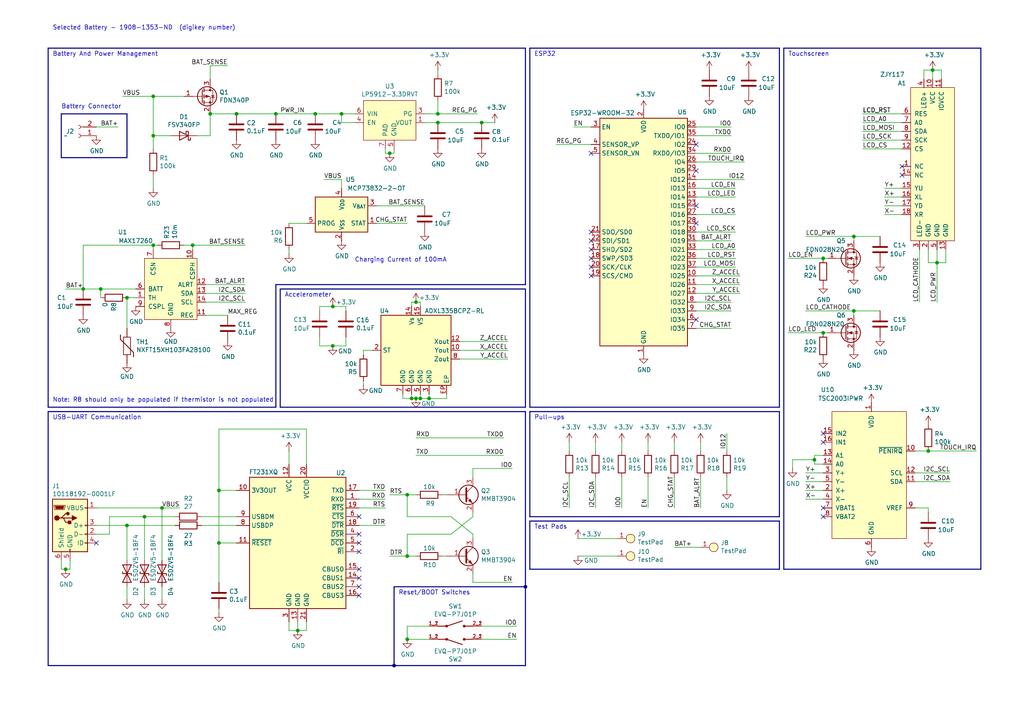
<source format=kicad_sch>
(kicad_sch (version 20250114) (generator "eeschema") (generator_version "9.0")
  (paper "A4")
  (title_block (title "ESP32 Custom SmartWatch") (date "2025-12-06") (rev "5") (company "xAI") (comment 1 "Clement Hathaway") (comment 2 "Evan Hekman") (comment 3 "Julian Carrier") (comment 4 "Ernest Y"))
  (text "Accelerometer\n" (at 82.55 86.36 0) (effects (font (size 1.27 1.27)) (justify left bottom)))
  (text "USB-UART Communication\n" (at 15.24 121.92 0) (effects (font (size 1.27 1.27)) (justify left bottom)))
  (text "Charging Current of 100mA\n" (at 102.87 76.2 0) (effects (font (size 1.27 1.27)) (justify left bottom)))
  (text "Selected Battery - 1908-1353-ND  (digikey number)" (at 15.24 8.89 0) (effects (font (size 1.27 1.27)) (justify left bottom)))
  (text "Test Pads\n" (at 154.94 153.67 0) (effects (font (size 1.27 1.27)) (justify left bottom)))
  (text "Pull-ups\n" (at 154.94 121.92 0) (effects (font (size 1.27 1.27)) (justify left bottom)))
  (text "Note: R8 should only be populated if thermistor is not populated" (at 15.24 116.84 0) (effects (font (size 1.27 1.27)) (justify left bottom)))
  (text "Battery Connector" (at 17.78 31.75 0) (effects (font (size 1.27 1.27)) (justify left bottom)))
  (text "Reset/BOOT Switches" (at 115.57 172.72 0) (effects (font (size 1.27 1.27)) (justify left bottom)))
  (text "Touchscreen " (at 228.6 16.51 0) (effects (font (size 1.27 1.27)) (justify left bottom)))
  (text "ESP32" (at 154.94 16.51 0) (effects (font (size 1.27 1.27)) (justify left bottom)))
  (text "Battery And Power Management" (at 15.24 16.51 0) (effects (font (size 1.27 1.27)) (justify left bottom)))
  (junction (at 55.88 71.12))
  (junction (at 80.01 33.02))
  (junction (at 68.58 33.02))
  (junction (at 19.05 165.1))
  (junction (at 63.5 157.48))
  (junction (at 36.83 152.4))
  (junction (at 114.3 193.04))
  (junction (at 113.03 44.45))
  (junction (at 118.11 161.29))
  (junction (at 29.21 83.82))
  (junction (at 247.65 90.17))
  (junction (at 44.45 27.94))
  (junction (at 152.4 170.18))
  (junction (at 36.83 86.36))
  (junction (at 44.45 39.37))
  (junction (at 247.65 68.58))
  (junction (at 86.36 182.88))
  (junction (at 269.24 130.81))
  (junction (at 96.52 88.9))
  (junction (at 270.51 20.32))
  (junction (at 96.52 100.33))
  (junction (at 238.76 96.52))
  (junction (at 271.78 76.2))
  (junction (at 46.99 147.32))
  (junction (at 99.06 33.02))
  (junction (at 238.76 74.93))
  (junction (at 121.92 115.57))
  (junction (at 127 35.56))
  (junction (at 91.44 33.02))
  (junction (at 24.13 83.82))
  (junction (at 120.65 115.57))
  (junction (at 118.11 143.51))
  (junction (at 119.38 115.57))
  (junction (at 139.7 35.56))
  (junction (at 41.91 149.86))
  (junction (at 236.22 133.35))
  (junction (at 118.11 185.42))
  (junction (at 63.5 142.24))
  (junction (at 124.46 115.57))
  (junction (at 60.96 33.02))
  (junction (at 44.45 71.12))
  (junction (at 127 33.02))
  (junction (at 120.65 87.63))
  (no_connect (at 201.93 59.69))
  (no_connect (at -30.48 34.29))
  (no_connect (at 171.45 80.01))
  (no_connect (at 201.93 49.53))
  (no_connect (at 201.93 64.77))
  (no_connect (at 201.93 92.71))
  (no_connect (at 104.14 167.64))
  (no_connect (at 104.14 172.72))
  (no_connect (at 238.76 149.86))
  (no_connect (at 171.45 67.31))
  (no_connect (at 238.76 125.73))
  (no_connect (at 104.14 165.1))
  (no_connect (at 238.76 147.32))
  (no_connect (at 27.94 157.48))
  (no_connect (at 238.76 128.27))
  (no_connect (at 104.14 157.48))
  (no_connect (at 171.45 44.45))
  (no_connect (at 104.14 149.86))
  (no_connect (at 171.45 74.93))
  (no_connect (at 171.45 69.85))
  (no_connect (at 171.45 77.47))
  (no_connect (at 261.62 48.26))
  (no_connect (at 171.45 72.39))
  (no_connect (at 104.14 160.02))
  (no_connect (at 261.62 50.8))
  (no_connect (at 104.14 154.94))
  (no_connect (at 104.14 170.18))
  (no_connect (at 201.93 41.91))
  (wire (pts (xy 228.6 96.52) (xy 238.76 96.52)))
  (wire (pts (xy 44.45 39.37) (xy 44.45 27.94)))
  (wire (pts (xy 137.16 168.91) (xy 148.59 168.91)))
  (wire (pts (xy 100.33 88.9) (xy 96.52 88.9)))
  (wire (pts (xy 165.1 138.43) (xy 165.1 147.32)))
  (wire (pts (xy 63.5 157.48) (xy 63.5 142.24)))
  (wire (pts (xy 31.75 154.94) (xy 31.75 149.86)))
  (wire (pts (xy 105.41 102.87) (xy 105.41 101.6)))
  (wire (pts (xy 137.16 135.89) (xy 148.59 135.89)))
  (bus (pts (xy 152.4 170.18) (xy 152.4 193.04)))
  (wire (pts (xy 83.82 182.88) (xy 86.36 182.88)))
  (wire (pts (xy 83.82 180.34) (xy 83.82 182.88)))
  (bus (pts (xy 17.78 45.72) (xy 17.78 33.02)))
  (wire (pts (xy 86.36 182.88) (xy 88.9 182.88)))
  (wire (pts (xy 228.6 74.93) (xy 238.76 74.93)))
  (bus (pts (xy 81.28 118.11) (xy 152.4 118.11)))
  (bus (pts (xy 153.67 151.13) (xy 226.06 151.13)))
  (wire (pts (xy 201.93 87.63) (xy 212.09 87.63)))
  (wire (pts (xy 213.36 72.39) (xy 201.93 72.39)))
  (bus (pts (xy 226.06 165.1) (xy 153.67 165.1)))
  (wire (pts (xy 213.36 62.23) (xy 201.93 62.23)))
  (wire (pts (xy 250.19 40.64) (xy 261.62 40.64)))
  (wire (pts (xy 165.1 128.27) (xy 165.1 130.81)))
  (wire (pts (xy 63.5 176.53) (xy 63.5 177.8)))
  (bus (pts (xy 114.3 170.18) (xy 114.3 193.04)))
  (wire (pts (xy 80.01 33.02) (xy 91.44 33.02)))
  (wire (pts (xy 127 35.56) (xy 139.7 35.56)))
  (wire (pts (xy 17.78 165.1) (xy 19.05 165.1)))
  (wire (pts (xy 91.44 33.02) (xy 99.06 33.02)))
  (wire (pts (xy 29.21 83.82) (xy 39.37 83.82)))
  (wire (pts (xy 120.65 132.08) (xy 146.05 132.08)))
  (wire (pts (xy 133.35 104.14) (xy 147.32 104.14)))
  (wire (pts (xy 118.11 149.86) (xy 118.11 143.51)))
  (wire (pts (xy 203.2 138.43) (xy 203.2 147.32)))
  (wire (pts (xy 201.93 90.17) (xy 212.09 90.17)))
  (wire (pts (xy 201.93 44.45) (xy 212.09 44.45)))
  (wire (pts (xy 63.5 124.46) (xy 88.9 124.46)))
  (wire (pts (xy 27.94 147.32) (xy 46.99 147.32)))
  (wire (pts (xy 124.46 115.57) (xy 121.92 115.57)))
  (wire (pts (xy 210.82 130.81) (xy 210.82 125.73)))
  (wire (pts (xy 119.38 88.9) (xy 119.38 87.63)))
  (wire (pts (xy 104.14 147.32) (xy 111.76 147.32)))
  (wire (pts (xy 124.46 185.42) (xy 118.11 185.42)))
  (bus (pts (xy 13.97 13.97) (xy 152.4 13.97)))
  (wire (pts (xy 180.34 128.27) (xy 180.34 130.81)))
  (wire (pts (xy 109.22 64.77) (xy 118.11 64.77)))
  (wire (pts (xy 201.93 36.83) (xy 212.09 36.83)))
  (wire (pts (xy 118.11 161.29) (xy 120.65 161.29)))
  (bus (pts (xy 226.06 118.11) (xy 226.06 13.97)))
  (wire (pts (xy 92.71 90.17) (xy 92.71 88.9)))
  (wire (pts (xy 109.22 59.69) (xy 123.19 59.69)))
  (wire (pts (xy 104.14 152.4) (xy 111.76 152.4)))
  (bus (pts (xy 81.28 83.82) (xy 81.28 118.11)))
  (wire (pts (xy 129.54 114.3) (xy 129.54 115.57)))
  (wire (pts (xy 270.51 20.32) (xy 273.05 20.32)))
  (wire (pts (xy 59.69 85.09) (xy 71.12 85.09)))
  (wire (pts (xy 27.94 152.4) (xy 36.83 152.4)))
  (wire (pts (xy 124.46 114.3) (xy 124.46 115.57)))
  (wire (pts (xy 247.65 69.85) (xy 247.65 68.58)))
  (bus (pts (xy 226.06 165.1) (xy 226.06 151.13)))
  (wire (pts (xy 201.93 80.01) (xy 214.63 80.01)))
  (bus (pts (xy 227.33 13.97) (xy 227.33 165.1)))
  (wire (pts (xy 137.16 149.86) (xy 130.81 154.94)))
  (wire (pts (xy 59.69 87.63) (xy 71.12 87.63)))
  (wire (pts (xy 139.7 181.61) (xy 149.86 181.61)))
  (wire (pts (xy 213.36 74.93) (xy 201.93 74.93)))
  (wire (pts (xy 36.83 170.18) (xy 36.83 173.99)))
  (bus (pts (xy 13.97 119.38) (xy 13.97 193.04)))
  (wire (pts (xy 36.83 162.56) (xy 36.83 152.4)))
  (bus (pts (xy 153.67 151.13) (xy 153.67 165.1)))
  (wire (pts (xy 195.58 158.75) (xy 203.2 158.75)))
  (wire (pts (xy 100.33 100.33) (xy 96.52 100.33)))
  (wire (pts (xy 137.16 138.43) (xy 137.16 135.89)))
  (wire (pts (xy 39.37 86.36) (xy 36.83 86.36)))
  (wire (pts (xy 265.43 139.7) (xy 275.59 139.7)))
  (wire (pts (xy 118.11 143.51) (xy 120.65 143.51)))
  (wire (pts (xy 274.32 76.2) (xy 274.32 72.39)))
  (wire (pts (xy 120.65 87.63) (xy 121.92 87.63)))
  (bus (pts (xy 13.97 193.04) (xy 114.3 193.04)))
  (wire (pts (xy 256.54 54.61) (xy 261.62 54.61)))
  (wire (pts (xy 233.68 68.58) (xy 247.65 68.58)))
  (wire (pts (xy 100.33 90.17) (xy 100.33 88.9)))
  (wire (pts (xy 247.65 68.58) (xy 255.27 68.58)))
  (wire (pts (xy 139.7 185.42) (xy 149.86 185.42)))
  (bus (pts (xy 152.4 119.38) (xy 152.4 170.18)))
  (wire (pts (xy 63.5 142.24) (xy 68.58 142.24)))
  (wire (pts (xy 121.92 115.57) (xy 120.65 115.57)))
  (wire (pts (xy 99.06 35.56) (xy 102.87 35.56)))
  (wire (pts (xy 114.3 44.45) (xy 114.3 43.18)))
  (wire (pts (xy 137.16 154.94) (xy 130.81 149.86)))
  (wire (pts (xy 113.03 143.51) (xy 118.11 143.51)))
  (wire (pts (xy 19.05 83.82) (xy 24.13 83.82)))
  (wire (pts (xy 60.96 33.02) (xy 68.58 33.02)))
  (wire (pts (xy 44.45 27.94) (xy 35.56 27.94)))
  (wire (pts (xy 83.82 130.81) (xy 83.82 134.62)))
  (wire (pts (xy 58.42 149.86) (xy 68.58 149.86)))
  (bus (pts (xy 153.67 118.11) (xy 153.67 13.97)))
  (wire (pts (xy 271.78 76.2) (xy 274.32 76.2)))
  (wire (pts (xy 113.03 161.29) (xy 118.11 161.29)))
  (wire (pts (xy 116.84 115.57) (xy 119.38 115.57)))
  (wire (pts (xy 236.22 134.62) (xy 238.76 134.62)))
  (wire (pts (xy 20.32 165.1) (xy 19.05 165.1)))
  (wire (pts (xy 27.94 154.94) (xy 31.75 154.94)))
  (wire (pts (xy 44.45 50.8) (xy 44.45 54.61)))
  (wire (pts (xy 20.32 162.56) (xy 20.32 165.1)))
  (wire (pts (xy 233.68 137.16) (xy 238.76 137.16)))
  (wire (pts (xy 121.92 114.3) (xy 121.92 115.57)))
  (wire (pts (xy 267.97 20.32) (xy 270.51 20.32)))
  (wire (pts (xy 116.84 114.3) (xy 116.84 115.57)))
  (bus (pts (xy 36.83 33.02) (xy 36.83 45.72)))
  (wire (pts (xy 265.43 130.81) (xy 269.24 130.81)))
  (wire (pts (xy 201.93 46.99) (xy 215.9 46.99)))
  (bus (pts (xy 80.01 82.55) (xy 152.4 82.55)))
  (wire (pts (xy 120.65 127) (xy 146.05 127)))
  (wire (pts (xy 187.96 128.27) (xy 187.96 130.81)))
  (wire (pts (xy 55.88 71.12) (xy 55.88 72.39)))
  (wire (pts (xy 99.06 33.02) (xy 99.06 35.56)))
  (bus (pts (xy 153.67 119.38) (xy 226.06 119.38)))
  (wire (pts (xy 127 29.21) (xy 127 33.02)))
  (wire (pts (xy 119.38 87.63) (xy 120.65 87.63)))
  (wire (pts (xy 133.35 101.6) (xy 147.32 101.6)))
  (wire (pts (xy 41.91 149.86) (xy 50.8 149.86)))
  (wire (pts (xy 265.43 147.32) (xy 269.24 147.32)))
  (wire (pts (xy 172.72 138.43) (xy 172.72 147.32)))
  (wire (pts (xy 46.99 170.18) (xy 46.99 173.99)))
  (wire (pts (xy 113.03 44.45) (xy 114.3 44.45)))
  (wire (pts (xy 83.82 73.66) (xy 83.82 72.39)))
  (wire (pts (xy 201.93 52.07) (xy 215.9 52.07)))
  (wire (pts (xy 105.41 101.6) (xy 107.95 101.6)))
  (wire (pts (xy 172.72 128.27) (xy 172.72 130.81)))
  (wire (pts (xy 24.13 71.12) (xy 44.45 71.12)))
  (wire (pts (xy 238.76 74.93) (xy 240.03 74.93)))
  (wire (pts (xy 213.36 77.47) (xy 201.93 77.47)))
  (wire (pts (xy 99.06 52.07) (xy 99.06 54.61)))
  (wire (pts (xy 250.19 38.1) (xy 261.62 38.1)))
  (wire (pts (xy 236.22 133.35) (xy 236.22 134.62)))
  (wire (pts (xy 63.5 157.48) (xy 68.58 157.48)))
  (wire (pts (xy 105.41 110.49) (xy 105.41 111.76)))
  (wire (pts (xy 60.96 19.05) (xy 66.04 19.05)))
  (wire (pts (xy 127 20.32) (xy 127 21.59)))
  (wire (pts (xy 201.93 82.55) (xy 214.63 82.55)))
  (wire (pts (xy 233.68 144.78) (xy 238.76 144.78)))
  (wire (pts (xy 88.9 134.62) (xy 88.9 124.46)))
  (bus (pts (xy 152.4 13.97) (xy 152.4 82.55)))
  (wire (pts (xy 60.96 39.37) (xy 60.96 33.02)))
  (wire (pts (xy 111.76 44.45) (xy 111.76 43.18)))
  (wire (pts (xy 256.54 57.15) (xy 261.62 57.15)))
  (wire (pts (xy 195.58 128.27) (xy 195.58 130.81)))
  (wire (pts (xy 55.88 71.12) (xy 71.12 71.12)))
  (wire (pts (xy 201.93 85.09) (xy 214.63 85.09)))
  (wire (pts (xy 44.45 27.94) (xy 53.34 27.94)))
  (wire (pts (xy 118.11 181.61) (xy 118.11 185.42)))
  (wire (pts (xy 31.75 149.86) (xy 41.91 149.86)))
  (wire (pts (xy 59.69 91.44) (xy 66.04 91.44)))
  (wire (pts (xy 270.51 22.86) (xy 270.51 20.32)))
  (wire (pts (xy 63.5 157.48) (xy 63.5 168.91)))
  (wire (pts (xy 201.93 39.37) (xy 212.09 39.37)))
  (wire (pts (xy 265.43 137.16) (xy 275.59 137.16)))
  (bus (pts (xy 17.78 33.02) (xy 36.83 33.02)))
  (wire (pts (xy 60.96 19.05) (xy 60.96 22.86)))
  (wire (pts (xy 171.45 36.83) (xy 166.37 36.83)))
  (wire (pts (xy 46.99 162.56) (xy 46.99 147.32)))
  (wire (pts (xy 93.98 52.07) (xy 99.06 52.07)))
  (wire (pts (xy 233.68 142.24) (xy 238.76 142.24)))
  (bus (pts (xy 153.67 119.38) (xy 153.67 149.86)))
  (wire (pts (xy 41.91 170.18) (xy 41.91 173.99)))
  (wire (pts (xy 129.54 115.57) (xy 124.46 115.57)))
  (wire (pts (xy 250.19 35.56) (xy 261.62 35.56)))
  (wire (pts (xy 233.68 139.7) (xy 238.76 139.7)))
  (bus (pts (xy 152.4 83.82) (xy 152.4 118.11)))
  (bus (pts (xy 226.06 13.97) (xy 153.67 13.97)))
  (wire (pts (xy 233.68 90.17) (xy 247.65 90.17)))
  (wire (pts (xy 236.22 132.08) (xy 236.22 133.35)))
  (wire (pts (xy 269.24 76.2) (xy 271.78 76.2)))
  (wire (pts (xy 201.93 95.25) (xy 212.09 95.25)))
  (wire (pts (xy 36.83 152.4) (xy 50.8 152.4)))
  (wire (pts (xy 41.91 162.56) (xy 41.91 149.86)))
  (wire (pts (xy 104.14 144.78) (xy 111.76 144.78)))
  (bus (pts (xy 13.97 13.97) (xy 13.97 118.11)))
  (wire (pts (xy 128.27 161.29) (xy 129.54 161.29)))
  (wire (pts (xy 99.06 33.02) (xy 102.87 33.02)))
  (wire (pts (xy 269.24 72.39) (xy 269.24 76.2)))
  (wire (pts (xy 88.9 182.88) (xy 88.9 180.34)))
  (wire (pts (xy 92.71 88.9) (xy 96.52 88.9)))
  (wire (pts (xy 201.93 69.85) (xy 212.09 69.85)))
  (bus (pts (xy 153.67 149.86) (xy 226.06 149.86)))
  (bus (pts (xy 153.67 118.11) (xy 226.06 118.11)))
  (wire (pts (xy 130.81 149.86) (xy 118.11 149.86)))
  (wire (pts (xy 83.82 64.77) (xy 88.9 64.77)))
  (wire (pts (xy 111.76 44.45) (xy 113.03 44.45)))
  (wire (pts (xy 57.15 39.37) (xy 60.96 39.37)))
  (wire (pts (xy 180.34 138.43) (xy 180.34 147.32)))
  (wire (pts (xy 124.46 181.61) (xy 118.11 181.61)))
  (wire (pts (xy 68.58 33.02) (xy 80.01 33.02)))
  (wire (pts (xy 269.24 130.81) (xy 283.21 130.81)))
  (wire (pts (xy 139.7 35.56) (xy 143.51 35.56)))
  (wire (pts (xy 46.99 147.32) (xy 52.07 147.32)))
  (wire (pts (xy 210.82 142.24) (xy 210.82 138.43)))
  (wire (pts (xy 247.65 90.17) (xy 255.27 90.17)))
  (wire (pts (xy 201.93 54.61) (xy 213.36 54.61)))
  (wire (pts (xy 256.54 62.23) (xy 261.62 62.23)))
  (wire (pts (xy 44.45 71.12) (xy 45.72 71.12)))
  (wire (pts (xy 273.05 20.32) (xy 273.05 22.86)))
  (wire (pts (xy 53.34 71.12) (xy 55.88 71.12)))
  (wire (pts (xy 256.54 59.69) (xy 261.62 59.69)))
  (wire (pts (xy 213.36 57.15) (xy 201.93 57.15)))
  (wire (pts (xy 59.69 82.55) (xy 71.12 82.55)))
  (wire (pts (xy 86.36 180.34) (xy 86.36 182.88)))
  (wire (pts (xy 238.76 96.52) (xy 240.03 96.52)))
  (wire (pts (xy 128.27 143.51) (xy 129.54 143.51)))
  (wire (pts (xy 250.19 33.02) (xy 261.62 33.02)))
  (wire (pts (xy 179.07 156.21) (xy 167.64 156.21)))
  (wire (pts (xy 238.76 132.08) (xy 236.22 132.08)))
  (wire (pts (xy 133.35 99.06) (xy 147.32 99.06)))
  (bus (pts (xy 227.33 13.97) (xy 284.48 13.97)))
  (wire (pts (xy 100.33 97.79) (xy 100.33 100.33)))
  (wire (pts (xy 236.22 133.35) (xy 229.87 133.35)))
  (bus (pts (xy 227.33 165.1) (xy 284.48 165.1)))
  (bus (pts (xy 226.06 119.38) (xy 226.06 149.86)))
  (wire (pts (xy 229.87 133.35) (xy 229.87 135.89)))
  (wire (pts (xy 195.58 138.43) (xy 195.58 147.32)))
  (bus (pts (xy 80.01 118.11) (xy 13.97 118.11)))
  (wire (pts (xy 127 33.02) (xy 138.43 33.02)))
  (wire (pts (xy 187.96 138.43) (xy 187.96 147.32)))
  (bus (pts (xy 114.3 193.04) (xy 152.4 193.04)))
  (wire (pts (xy 137.16 166.37) (xy 137.16 168.91)))
  (wire (pts (xy 121.92 87.63) (xy 121.92 88.9)))
  (wire (pts (xy 271.78 76.2) (xy 271.78 87.63)))
  (wire (pts (xy 36.83 86.36) (xy 36.83 95.25)))
  (wire (pts (xy 24.13 83.82) (xy 29.21 83.82)))
  (wire (pts (xy 269.24 148.59) (xy 269.24 147.32)))
  (wire (pts (xy 29.21 86.36) (xy 29.21 83.82)))
  (wire (pts (xy 267.97 22.86) (xy 267.97 20.32)))
  (bus (pts (xy 81.28 83.82) (xy 152.4 83.82)))
  (wire (pts (xy 119.38 115.57) (xy 120.65 115.57)))
  (bus (pts (xy 80.01 82.55) (xy 80.01 118.11)))
  (wire (pts (xy 17.78 162.56) (xy 17.78 165.1)))
  (wire (pts (xy 137.16 148.59) (xy 137.16 149.86)))
  (wire (pts (xy 203.2 128.27) (xy 203.2 130.81)))
  (wire (pts (xy 266.7 72.39) (xy 266.7 87.63)))
  (wire (pts (xy 130.81 154.94) (xy 118.11 154.94)))
  (wire (pts (xy 44.45 72.39) (xy 44.45 71.12)))
  (wire (pts (xy 213.36 67.31) (xy 201.93 67.31)))
  (wire (pts (xy 24.13 71.12) (xy 24.13 83.82)))
  (wire (pts (xy 271.78 72.39) (xy 271.78 76.2)))
  (wire (pts (xy 119.38 114.3) (xy 119.38 115.57)))
  (wire (pts (xy 137.16 156.21) (xy 137.16 154.94)))
  (wire (pts (xy 179.07 161.29) (xy 167.64 161.29)))
  (wire (pts (xy 44.45 39.37) (xy 44.45 43.18)))
  (wire (pts (xy 58.42 152.4) (xy 68.58 152.4)))
  (bus (pts (xy 284.48 13.97) (xy 284.48 165.1)))
  (wire (pts (xy 92.71 97.79) (xy 92.71 100.33)))
  (wire (pts (xy 104.14 142.24) (xy 111.76 142.24)))
  (bus (pts (xy 152.4 170.18) (xy 114.3 170.18)))
  (wire (pts (xy 123.19 33.02) (xy 127 33.02)))
  (bus (pts (xy 36.83 45.72) (xy 17.78 45.72)))
  (wire (pts (xy 63.5 142.24) (xy 63.5 124.46)))
  (wire (pts (xy 123.19 35.56) (xy 127 35.56)))
  (wire (pts (xy 247.65 91.44) (xy 247.65 90.17)))
  (wire (pts (xy 92.71 100.33) (xy 96.52 100.33)))
  (wire (pts (xy 49.53 39.37) (xy 44.45 39.37)))
  (wire (pts (xy 118.11 154.94) (xy 118.11 161.29)))
  (wire (pts (xy 27.94 36.83) (xy 34.29 36.83)))
  (wire (pts (xy 250.19 43.18) (xy 261.62 43.18)))
  (wire (pts (xy 171.45 41.91) (xy 161.29 41.91)))
  (bus (pts (xy 13.97 119.38) (xy 152.4 119.38)))
  (label "LCD_CATHODE" (at 233.68 90.17 0))
  (label "TOUCH_IRQ" (at 215.9 46.99 180))
  (label "LCD_PWR" (at 271.78 87.63 90))
  (label "LCD_RST" (at 250.19 33.02 0))
  (label "RXD0" (at 146.05 132.08 180))
  (label "BAT_SENSE" (at 71.12 71.12 180))
  (label "X_ACCEL" (at 214.63 82.55 180))
  (label "LCD_LED" (at 213.36 57.15 180))
  (label "RTS" (at 113.03 143.51 0))
  (label "VBUS" (at 35.56 27.94 0))
  (label "I2C_SDA" (at 212.09 90.17 180))
  (label "IO0" (at 212.09 36.83 180))
  (label "BAT_SENSE" (at 123.19 59.69 180))
  (label "I2C_SCL" (at 212.09 87.63 180))
  (label "PWR_IN" (at 81.28 33.02 0))
  (label "X+" (at 233.68 142.24 0))
  (label "I2C_SDA" (at 275.59 139.7 180))
  (label "X_ACCEL" (at 147.32 101.6 180))
  (label "LCD_CATHODE" (at 266.7 87.63 90))
  (label "LCD_EN" (at 213.36 54.61 180))
  (label "I2C_SCL" (at 71.12 87.63 180))
  (label "TXD" (at 111.76 142.24 180))
  (label "LCD_EN" (at 228.6 74.93 0))
  (label "CHG_STAT" (at 212.09 95.25 180))
  (label "I2C_SDA" (at 71.12 85.09 180))
  (label "TXD0" (at 146.05 127 180))
  (label "Y_ACCEL" (at 147.32 104.14 180))
  (label "RXD" (at 111.76 144.78 180))
  (label "I2C_SCL" (at 275.59 137.16 180))
  (label "RXD" (at 120.65 127 0))
  (label "IO0" (at 148.59 135.89 180))
  (label "BAT+" (at 19.05 83.82 0))
  (label "VBUS" (at 93.98 52.07 0))
  (label "Z_ACCEL" (at 147.32 99.06 180))
  (label "IO12" (at 215.9 52.07 180))
  (label "MAX_REG" (at 66.04 91.44 0))
  (label "X-" (at 256.54 62.23 0))
  (label "BAT+" (at 195.58 158.75 0))
  (label "LCD_CS" (at 213.36 62.23 180))
  (label "LCD_A0" (at 213.36 72.39 180))
  (label "LCD_CS" (at 250.19 43.18 0))
  (label "EN" (at 148.59 168.91 180))
  (label "TXD" (at 120.65 132.08 0))
  (label "BAT_SENSE" (at 66.04 19.05 180))
  (label "LCD_A0" (at 250.19 35.56 0))
  (label "LCD_PWR" (at 233.68 68.58 0))
  (label "DTR" (at 111.76 152.4 180))
  (label "LCD_RST" (at 250.19 33.02 0))
  (label "RTS" (at 111.76 147.32 180))
  (label "Y-" (at 233.68 139.7 0))
  (label "I2C_SDA" (at 172.72 147.32 90))
  (label "TXD0" (at 212.09 39.37 180))
  (label "IO0" (at 149.86 181.61 180))
  (label "Y+" (at 256.54 54.61 0))
  (label "TOUCH_IRQ" (at 283.21 130.81 180))
  (label "Y-" (at 256.54 59.69 0))
  (label "I2C_SCL" (at 165.1 147.32 90))
  (label "BAT_ALRT" (at 71.12 82.55 180))
  (label "BAT_ALRT" (at 203.2 147.32 90))
  (label "REG_PG" (at 138.43 33.02 180))
  (label "REG_PG" (at 161.29 41.91 0))
  (label "X-" (at 233.68 144.78 0))
  (label "Z_ACCEL" (at 214.63 80.01 180))
  (label "LCD_MOSI" (at 250.19 38.1 0))
  (label "CHG_STAT" (at 195.58 147.32 90))
  (label "LCD_LED" (at 228.6 96.52 0))
  (label "VBUS" (at 52.07 147.32 180))
  (label "LCD_RST" (at 213.36 74.93 180))
  (label "X+" (at 256.54 57.15 0))
  (label "IO12" (at 210.82 125.73 270))
  (label "IO0" (at 180.34 147.32 90))
  (label "CHG_STAT" (at 118.11 64.77 180))
  (label "LCD_MOSI" (at 213.36 77.47 180))
  (label "BAT_ALRT" (at 212.09 69.85 180))
  (label "Y+" (at 233.68 137.16 0))
  (label "LCD_SCK" (at 250.19 40.64 0))
  (label "Y_ACCEL" (at 214.63 85.09 180))
  (label "BAT+" (at 34.29 36.83 180))
  (label "RXD0" (at 212.09 44.45 180))
  (label "DTR" (at 113.03 161.29 0))
  (label "EN" (at 149.86 185.42 180))
  (label "EN" (at 187.96 147.32 90))
  (label "EN" (at 166.37 36.83 0))
  (label "LCD_SCK" (at 213.36 67.31 180))
  (symbol (lib_id "RF_Module:ESP32-WROOM-32") (at 186.69 67.31 0) (unit 1)
    (property "Reference" "U6" (at 197.866 32.512 0))
    (property "Value" "ESP32-WROOM-32" (at 174.752 32.766 0))
    (property "Footprint" "RF_Module:ESP32-WROOM-32" (effects (hide yes)))
    (property "Datasheet" "https://www.espressif.com/sites/default/files/documentation/esp32-wroom-32_datasheet_en.pdf" (effects (hide yes)))
    (property "Description" "Bluetooth, WiFi Transceiver Module 2.4GHz ~ 2.5GHz Surface Mount" (effects (hide yes)))
    (property "Digikey" "1904-1010-1-ND" (effects (hide yes)))
    (property "MPN" "ESP32-WROOM-32-N4" (effects (hide yes)))
    (property "Voltage Max" "3.6V" (effects (hide yes)))
    (property "Voltage Min" "2.7V" (effects (hide yes)))
    (property "Operating Temperature" "-40°C ~ 85°C" (effects (hide yes)))
    (property "Communications" "Bluetooth, WiFi" (effects (hide yes)))
  )
  (symbol (lib_id "power:+3.3V") (at 186.69 31.75 0) (unit 1)
    (property "Reference" "#PWR0101" (effects (hide yes)))
    (property "Value" "+3.3V" (at 187.071 27.3558 0))
  )
  (symbol (lib_id "power:+3.3V") (at 180.34 128.27 0) (unit 1)
    (property "Reference" "#PWR0103" (effects (hide yes)))
    (property "Value" "+3.3V" (at 180.721 123.8758 0))
  )
  (symbol (lib_id "power:+3.3V") (at 187.96 128.27 0) (unit 1)
    (property "Reference" "#PWR0104" (effects (hide yes)))
    (property "Value" "+3.3V" (at 188.341 123.8758 0))
  )
  (symbol (lib_id "power:GND") (at 186.69 102.87 0) (unit 1)
    (property "Reference" "#PWR0102" (effects (hide yes)))
    (property "Value" "GND" (at 186.817 107.2642 0))
  )
  (symbol (lib_id "Device:Q_NPN_BEC") (at 134.62 143.51 0) (unit 1)
    (property "Reference" "Q2" (at 139.4714 142.3416 0) (effects (justify left)))
    (property "Value" "MMBT3904" (at 139.4714 144.653 0) (effects (justify left)))
    (property "Footprint" "Package_TO_SOT_SMD:SOT-23" (effects (hide yes)))
    (property "Datasheet" "https://assets.nexperia.com/documents/data-sheet/MMBT3904.pdf" (effects (hide yes)))
    (property "Description" "Bipolar (BJT) Transistor NPN 40 V 200 mA 300MHz 250 mW Surface Mount TO-236AB" (effects (hide yes)))
    (property "Digikey" "1727-4044-1-ND" (effects (hide yes)))
    (property "Type" "NPN" (effects (hide yes)))
    (property "Voltage" "40V" (effects (hide yes)))
    (property "Current" "200mA" (effects (hide yes)))
    (property "Power" "250mW" (effects (hide yes)))
  )
  (symbol (lib_id "power:+3.3V") (at 83.82 130.81 0) (unit 1)
    (property "Reference" "#PWR0105" (effects (hide yes)))
    (property "Value" "+3.3V" (at 84.201 126.4158 0))
  )
  (symbol (lib_id "power:GND") (at 63.5 177.8 0) (unit 1)
    (property "Reference" "#PWR0106" (effects (hide yes)))
    (property "Value" "GND" (at 63.627 182.1942 0))
  )
  (symbol (lib_id "power:GND") (at 86.36 182.88 0) (unit 1)
    (property "Reference" "#PWR0107" (effects (hide yes)))
    (property "Value" "GND" (at 86.487 187.2742 0))
  )
  (symbol (lib_id "Connector:USB_B_Micro") (at 20.32 152.4 0) (unit 1)
    (property "Reference" "J1" (at 16.256 140.97 0))
    (property "Value" "10118192-0001LF" (at 24.384 143.256 0))
    (property "Footprint" "CustomFootprints:AMPHENOL_10118192-0001LF" (effects (hide yes)))
    (property "Datasheet" "https://cdn.amphenol-cs.com/media/wysiwyg/files/documentation/datasheet/inputoutput/io_usb_micro.pdf" (effects (hide yes)))
    (property "Description" "USB - micro B USB 2.0 Receptacle Connector 5 Position Surface Mount, Right Angle" (effects (hide yes)))
    (property "Digikey" "609-4613-1-ND" (effects (hide yes)))
    (property "MPN" "10118192-0001LF" (effects (hide yes)))
    (property "Type" "USB - micro B" (effects (hide yes)))
    (property "Mounting" "Surface Mount, Right Angle" (effects (hide yes)))
    (property "Gender" "Female" (effects (hide yes)))
  )
  (symbol (lib_id "Device:R") (at 54.61 149.86 90) (unit 1)
    (property "Reference" "R2" (at 54.61 144.6022 90))
    (property "Value" "27" (at 54.61 146.9136 90))
    (property "Footprint" "Resistor_SMD:R_0603_1608Metric" (effects (hide yes)))
    (property "Datasheet" "https://www.seielect.com/catalog/SEI-RMCF_RMCP.pdf" (effects (hide yes)))
    (property "Description" "27 Ohms ±5% 0.1W, 1/10W Chip Resistor 0603 (1608 Metric) Automotive AEC-Q200 Thick Film" (effects (hide yes)))
    (property "Digikey" "RMCF0603JT27R0CT-ND" (effects (hide yes)))
    (property "MPN" "RMCF0603JT27R0" (effects (hide yes)))
    (property "Tolerance" "5%" (effects (hide yes)))
    (property "Power" "0.1W" (effects (hide yes)))
    (property "Operating Temperature" "-55°C ~ 155°C" (effects (hide yes)))
  )
  (symbol (lib_id "power:GND") (at 19.05 165.1 0) (unit 1)
    (property "Reference" "#PWR0108" (effects (hide yes)))
    (property "Value" "GND" (at 19.177 169.4942 0))
  )
  (symbol (lib_id "Device:Q_PMOS_GSD") (at 58.42 27.94 0) (unit 1)
    (property "Reference" "Q1" (at 63.6016 26.7716 0) (effects (justify left)))
    (property "Value" "FDN340P" (at 63.6016 29.083 0) (effects (justify left)))
    (property "Footprint" "Package_TO_SOT_SMD:SOT-23" (effects (hide yes)))
    (property "Datasheet" "https://www.onsemi.com/pub/Collateral/FDN340P-D.PDF" (effects (hide yes)))
    (property "Description" "P-Channel 20 V 2A (Ta) 500mW (Ta) Surface Mount SOT-23-3" (effects (hide yes)))
    (property "Digikey" "FDN340PCT-ND" (effects (hide yes)))
    (property "Type" "P-Channel" (effects (hide yes)))
    (property "Voltage" "20V" (effects (hide yes)))
    (property "Current" "2A" (effects (hide yes)))
    (property "Operating Temperature" "-55°C ~ 150°C (TJ)" (effects (hide yes)))
  )
  (symbol (lib_id "Device:D_Schottky") (at 53.34 39.37 180) (unit 1)
    (property "Reference" "D1" (at 53.34 33.8836 0))
    (property "Value" "FSV340FP" (at 53.34 36.195 0))
    (property "Footprint" "Diode_SMD:D_SOD-123" (effects (hide yes)))
    (property "Datasheet" "https://www.onsemi.com/pub/Collateral/FSV360FP-D.PDF" (effects (hide yes)))
    (property "Description" "Diode 40 V 3A Surface Mount SOD-123HE" (effects (hide yes)))
    (property "Digikey" "FSV340FPCT-ND" (effects (hide yes)))
    (property "Voltage" "40V" (effects (hide yes)))
    (property "Current" "3A" (effects (hide yes)))
    (property "Operating Temperature" "-55°C ~ 150°C" (effects (hide yes)))
  )
  (symbol (lib_id "power:+3.3V") (at 269.24 123.19 0) (unit 1)
    (property "Reference" "#PWR0145" (effects (hide yes)))
    (property "Value" "+3.3V" (at 269.621 118.7958 0))
  )
  (symbol (lib_id "Device:R") (at 44.45 46.99 0) (unit 1)
    (property "Reference" "R1" (at 46.228 45.8216 0) (effects (justify left)))
    (property "Value" "100k" (at 46.228 48.133 0) (effects (justify left)))
    (property "Footprint" "Resistor_SMD:R_0603_1608Metric" (effects (hide yes)))
    (property "Datasheet" "https://bourns.com/docs/product-datasheets/cr.pdf?sfvrsn=574d41f6_14" (effects (hide yes)))
    (property "Description" "100 kOhms ±5% 0.1W, 1/10W Chip Resistor 0603 (1608 Metric) Moisture Resistant Thick Film" (effects (hide yes)))
    (property "Digikey" "CR0603-JW-104ELFCT-ND" (effects (hide yes)))
    (property "Tolerance" "5%" (effects (hide yes)))
    (property "Power Rating" "0.1W" (effects (hide yes)))
  )
  (symbol (lib_id "power:GND") (at 44.45 54.61 0) (unit 1)
    (property "Reference" "#PWR0115" (effects (hide yes)))
    (property "Value" "GND" (at 44.577 59.0042 0))
  )
  (symbol (lib_id "CustomParts:LP5912-3.3DRVT") (at 113.03 34.29 0) (unit 1)
    (property "Reference" "U3" (at 113.03 25.019 0))
    (property "Value" "LP5912-3.3DRVT" (at 113.03 27.3304 0))
    (property "Footprint" "Package_SON:WSON-6-1EP_2x2mm_P0.65mm_EP1x1.6mm_ThermalVias" (effects (hide yes)))
    (property "Datasheet" "http://www.ti.com/lit/ds/symlink/lp5912.pdf" (effects (hide yes)))
    (property "Description" "Linear Voltage Regulator IC Positive Fixed 1 Output 500mA 6-WSON (2x2)" (effects (hide yes)))
    (property "Digikey PN" "296-44153-1-ND" (effects (hide yes)))
    (property "Voltage" "6.5V" (effects (hide yes)))
    (property "Operating Temperature" "-40°C ~ 125°C (TJ)" (effects (hide yes)))
  )
  (symbol (lib_id "power:GND") (at 113.03 44.45 0) (unit 1)
    (property "Reference" "#PWR0116" (effects (hide yes)))
    (property "Value" "GND" (at 113.157 48.8442 0))
  )
  (symbol (lib_id "power:+3.3V") (at 143.51 35.56 0) (unit 1)
    (property "Reference" "#PWR0117" (effects (hide yes)))
    (property "Value" "+3.3V" (at 143.891 31.1658 0))
  )
  (symbol (lib_id "Device:C") (at 68.58 36.83 0) (unit 1)
    (property "Reference" "C2" (at 71.501 35.6616 0) (effects (justify left)))
    (property "Value" "0.1uF" (at 71.501 37.973 0) (effects (justify left)))
    (property "Footprint" "Capacitor_SMD:C_0603_1608Metric" (effects (hide yes)))
    (property "Datasheet" "https://mm.digikey.com/Volume0/opasdata/d220001/medias/docus/609/CL10B104KA8NNNC_Spec.pdf" (effects (hide yes)))
    (property "Description" "0.1 µF ±10% 25V Ceramic Capacitor X7R 0603 (1608 Metric)" (effects (hide yes)))
    (property "Digikey" "1276-1006-1-ND" (effects (hide yes)))
    (property "MPN" "CL10B104KA8NNNC" (effects (hide yes)))
    (property "Voltage" "25V" (effects (hide yes)))
    (property "Temp Co" "X7R" (effects (hide yes)))
    (property "Operating Temperature" "-55°C ~ 125°C" (effects (hide yes)))
    (property "Tolerance" "10%" (effects (hide yes)))
  )
  (symbol (lib_id "power:GND") (at 68.58 40.64 0) (unit 1)
    (property "Reference" "#PWR0118" (effects (hide yes)))
    (property "Value" "GND" (at 68.707 45.0342 0))
  )
  (symbol (lib_id "power:GND") (at 139.7 43.18 0) (unit 1)
    (property "Reference" "#PWR0119" (effects (hide yes)))
    (property "Value" "GND" (at 139.827 47.5742 0))
  )
  (symbol (lib_id "power:GND") (at 127 43.18 0) (unit 1)
    (property "Reference" "#PWR0120" (effects (hide yes)))
    (property "Value" "GND" (at 127.127 47.5742 0))
  )
  (symbol (lib_id "power:GND") (at 91.44 40.64 0) (unit 1)
    (property "Reference" "#PWR0121" (effects (hide yes)))
    (property "Value" "GND" (at 91.567 45.0342 0))
  )
  (symbol (lib_id "power:+3.3V") (at 127 20.32 0) (unit 1)
    (property "Reference" "#PWR0122" (effects (hide yes)))
    (property "Value" "+3.3V" (at 127.381 15.9258 0))
  )
  (symbol (lib_id "power:+3.3V") (at 172.72 128.27 0) (unit 1)
    (property "Reference" "#PWR0109" (effects (hide yes)))
    (property "Value" "+3.3V" (at 173.101 123.8758 0))
  )
  (symbol (lib_id "power:+3.3V") (at 165.1 128.27 0) (unit 1)
    (property "Reference" "#PWR0110" (effects (hide yes)))
    (property "Value" "+3.3V" (at 165.481 123.8758 0))
  )
  (symbol (lib_id "CustomParts:TestPad") (at 203.2 158.75 0) (unit 1)
    (property "Reference" "J8" (at 208.9912 157.4546 0) (effects (justify left)))
    (property "Value" "TestPad" (at 208.9912 159.766 0) (effects (justify left)))
    (property "Footprint" "CustomFootprints:TESTPAD" (effects (hide yes)))
  )
  (symbol (lib_id "power:+3.3V") (at 167.64 156.21 0) (unit 1)
    (property "Reference" "#PWR0111" (effects (hide yes)))
    (property "Value" "+3.3V" (at 171.45 154.94 0))
  )
  (symbol (lib_id "CustomParts:TestPad") (at 179.07 161.29 0) (unit 1)
    (property "Reference" "J10" (at 184.8612 159.9946 0) (effects (justify left)))
    (property "Value" "TestPad" (at 184.8612 162.306 0) (effects (justify left)))
    (property "Footprint" "CustomFootprints:TESTPAD" (effects (hide yes)))
  )
  (symbol (lib_id "CustomParts:TestPad") (at 179.07 156.21 0) (unit 1)
    (property "Reference" "J9" (at 184.8612 154.9146 0) (effects (justify left)))
    (property "Value" "TestPad" (at 184.8612 157.226 0) (effects (justify left)))
    (property "Footprint" "CustomFootprints:TESTPAD" (effects (hide yes)))
  )
  (symbol (lib_id "power:GND") (at 167.64 161.29 0) (unit 1)
    (property "Reference" "#PWR0112" (effects (hide yes)))
    (property "Value" "GND" (at 171.45 162.56 0))
  )
  (symbol (lib_id "power:GND") (at 24.13 91.44 0) (unit 1)
    (property "Reference" "#PWR0143" (effects (hide yes)))
    (property "Value" "GND" (at 24.257 95.8342 0))
  )
  (symbol (lib_id "power:GND") (at 210.82 142.24 0) (unit 1)
    (property "Reference" "#PWR0146" (effects (hide yes)))
    (property "Value" "GND" (at 210.947 146.6342 0))
  )
  (symbol (lib_id "Battery_Management:MCP73832-2-OT") (at 99.06 62.23 0) (unit 1)
    (property "Reference" "U5" (at 101.6 52.07 0))
    (property "Value" "MCP73832-2-OT" (at 109.22 54.61 0))
    (property "Footprint" "Package_TO_SOT_SMD:SOT-23-5" (effects (hide yes)))
    (property "Datasheet" "http://ww1.microchip.com/downloads/en/DeviceDoc/20001984g.pdf" (effects (hide yes)))
    (property "Description" "Charger IC Lithium Ion/Polymer SOT-23-5" (effects (hide yes)))
    (property "Digikey" "MCP73832T-2ACI/OTCT-ND" (effects (hide yes)))
    (property "Cells" "1" (effects (hide yes)))
    (property "Voltage" "6V" (effects (hide yes)))
    (property "Operating Temperature" "-40°C ~ 85°C (TA)" (effects (hide yes)))
    (property "Charge Current" "500mA" (effects (hide yes)))
  )
  (symbol (lib_id "power:GND") (at 99.06 69.85 0) (unit 1)
    (property "Reference" "#PWR0141" (effects (hide yes)))
    (property "Value" "GND" (at 99.187 74.2442 0))
  )
  (symbol (lib_id "power:GND") (at 123.19 67.31 0) (unit 1)
    (property "Reference" "#PWR0140" (effects (hide yes)))
    (property "Value" "GND" (at 123.317 71.7042 0))
  )
  (symbol (lib_id "Device:R") (at 83.82 68.58 180) (unit 1)
    (property "Reference" "R6" (at 82.042 69.7484 0) (effects (justify left)))
    (property "Value" "10k" (at 82.042 67.437 0) (effects (justify left)))
    (property "Footprint" "Resistor_SMD:R_0603_1608Metric" (effects (hide yes)))
    (property "Datasheet" "https://www.yageogroup.com/content/datasheet/asset/file/PYU-RC_GROUP_51_ROHS_L" (effects (hide yes)))
    (property "Description" "10 kOhms ±1% 0.125W, 1/8W Chip Resistor 0805 (2012 Metric) Moisture Resistant Thick Film" (effects (hide yes)))
    (property "Digikey" "311-10.0KCRCT-ND" (effects (hide yes)))
    (property "MPN" "RC0805FR-0710KL" (effects (hide yes)))
    (property "Tolerance" "1%" (effects (hide yes)))
    (property "Power" "0.125W" (effects (hide yes)))
    (property "Operating Temperature" "-55°C ~ 155°C" (effects (hide yes)))
  )
  (symbol (lib_id "power:GND") (at 83.82 73.66 0) (unit 1)
    (property "Reference" "#PWR0139" (effects (hide yes)))
    (property "Value" "GND" (at 83.947 78.0542 0))
  )
  (symbol (lib_id "power:+3.3V") (at 195.58 128.27 0) (unit 1)
    (property "Reference" "#PWR0113" (effects (hide yes)))
    (property "Value" "+3.3V" (at 195.961 123.8758 0))
  )
  (symbol (lib_id "power:+3.3V") (at 203.2 128.27 0) (unit 1)
    (property "Reference" "#PWR0114" (effects (hide yes)))
    (property "Value" "+3.3V" (at 203.581 123.8758 0))
  )
  (symbol (lib_id "Interface_USB:FT231XQ") (at 86.36 157.48 0) (unit 1)
    (property "Reference" "U2" (at 98.806 137.16 0))
    (property "Value" "FT231XQ" (at 76.454 136.906 0))
    (property "Footprint" "Package_DFN_QFN:QFN-20-1EP_4x4mm_P0.5mm_EP2.5x2.5mm" (effects (hide yes)))
    (property "Datasheet" "https://ftdichip.com/wp-content/uploads/2021/10/DS_FT231X.pdf" (effects (hide yes)))
    (property "Description" "USB Bridge, USB to UART USB 2.0 UART Interface 20-QFN (4x4)" (effects (hide yes)))
    (property "Digikey" "768-1128-1-ND" (effects (hide yes)))
    (property "Protocol" "USB" (effects (hide yes)))
    (property "Voltage Range" "3.3V ~ 5V" (effects (hide yes)))
    (property "Operating Temperature" "-40°C ~ 85°C" (effects (hide yes)))
  )
  (symbol (lib_id "power:GND") (at 39.37 88.9 0) (unit 1)
    (property "Reference" "#PWR0142" (effects (hide yes)))
    (property "Value" "GND" (at 39.497 93.2942 0))
  )
  (symbol (lib_id "Connector:Conn_01x02_Female") (at 22.86 39.37 180) (unit 1)
    (property "Reference" "J2" (at 20.32 38.1 0))
    (property "Value" "~" (at 19.05 39.37 0))
    (property "Footprint" "CustomFootprints:BATTERY" (effects (hide yes)))
  )
  (symbol (lib_id "Device:R") (at 49.53 71.12 90) (unit 1)
    (property "Reference" "R23" (at 48.3616 69.342 0) (effects (justify left)))
    (property "Value" "10m" (at 50.673 69.342 0) (effects (justify left)))
    (property "Footprint" "Resistor_SMD:R_0805_2012Metric" (effects (hide yes)))
    (property "Datasheet" "https://www.susumu.co.jp/common/pdf/n_catalog_partition08_en.pdf" (effects (hide yes)))
    (property "Description" "10 mOhms ±5% 0.25W, 1/4W Chip Resistor 0805 (2012 Metric) Current Sense Thin Film" (effects (hide yes)))
    (property "Digikey" "RL12T.010JCT-ND" (effects (hide yes)))
    (property "Tolerance" "5%" (effects (hide yes)))
    (property "Power Rating" "0.25W" (effects (hide yes)))
    (property "Operating Temperature" "-55°C ~ 125°C" (effects (hide yes)))
  )
  (symbol (lib_id "power:GND") (at 27.94 39.37 0) (unit 1)
    (property "Reference" "#PWR0124" (effects (hide yes)))
    (property "Value" "GND" (at 28.067 43.7642 0))
  )
  (symbol (lib_id "CustomParts:ZJY117") (at 270.51 49.53 0) (unit 1)
    (property "Reference" "A1" (at 260.35 24.13 0) (effects (justify left)))
    (property "Value" "ZJY117" (at 255.27 21.59 0) (effects (justify left)))
    (property "Footprint" "CustomFootprints:ZJY117" (effects (hide yes)))
    (property "Datasheet" "https://www.icbanq.com/icdownload/data/ICBShop/Board/ZJY117-1.8_18P%20TFT%20LCD%20With%20Touch%20Panel.pdf" (effects (hide yes)))
    (property "Description" "1.8-inch 160×128 TFT module using ST7735, 18-pin 3.3 V interface, plus resistive touch panel stacked on top." (effects (hide yes)))
    (property "Voltage" "3.3V" (effects (hide yes)))
    (property "Backlight" "LED" (effects (hide yes)))
    (property "Touchscreen" "Resistive" (effects (hide yes)))
    (property "Protocol" "SPI" (effects (hide yes)))
    (property "Resolution" "160 × 128" (effects (hide yes)))
    (property "Area" "28 mm × 22 mm" (effects (hide yes)))
  )
  (symbol (lib_name "EVQ-P7J01P_2") (lib_id "CustomParts:EVQ-P7J01P") (at 132.08 181.61 0) (unit 1)
    (property "Reference" "SW1" (at 132.08 175.8442 0))
    (property "Value" "EVQ-P7J01P" (at 132.08 178.1556 0))
    (property "Footprint" "CustomFootprints:SW_EVQ-P7J01P" (effects (hide yes)))
    (property "Datasheet" "https://api.pim.na.industrial.panasonic.com/file_stream/main/fileversion/245500" (effects (hide yes)))
    (property "Description" "Tactile Switch SPST-NO Side Actuated Surface Mount, Right Angle" (effects (hide yes)))
    (property "Digikey" "P16767CT-ND" (effects (hide yes)))
    (property "Circuit" "SPST-NO" (effects (hide yes)))
    (property "Mounting" "Surface Mount, Right Angle" (effects (hide yes)))
  )
  (symbol (lib_id "power:GND") (at 118.11 185.42 0) (unit 1)
    (property "Reference" "#PWR0134" (effects (hide yes)))
    (property "Value" "GND" (at 118.237 189.8142 0))
  )
  (symbol (lib_id "power:GND") (at 49.53 95.25 0) (unit 1)
    (property "Reference" "#PWR01" (effects (hide yes)))
    (property "Value" "GND" (at 49.53 99.06 0))
  )
  (symbol (lib_id "power:GND") (at 66.04 99.06 0) (unit 1)
    (property "Reference" "#PWR02" (effects (hide yes)))
    (property "Value" "GND" (at 66.167 103.4542 0))
  )
  (symbol (lib_id "CustomParts:TSC2003IPWR") (at 252.73 138.43 0) (unit 1)
    (property "Reference" "U10" (at 240.03 113.03 0))
    (property "Value" "TSC2003IPWR" (at 243.84 115.57 0))
    (property "Footprint" "Package_SO:TSSOP-16_4.4x5mm_P0.65mm" (effects (hide yes)))
    (property "Datasheet" "http://www.ti.com/lit/ds/symlink/tsc2003.pdf" (effects (hide yes)))
    (property "Description" "Touchscreen Controller 4 Wire Resistive 12 b I2C Interface 16-TSSOP" (effects (hide yes)))
    (property "Digikey" "296-14340-1-ND" (effects (hide yes)))
    (property "Type" "Resistive" (effects (hide yes)))
    (property "Interface" "I2C" (effects (hide yes)))
    (property "Operating Temperature" "-40°C ~ 85°C" (effects (hide yes)))
    (property "Resolution" "12b" (effects (hide yes)))
  )
  (symbol (lib_id "power:GND") (at 252.73 158.75 0) (unit 1)
    (property "Reference" "#PWR0135" (effects (hide yes)))
    (property "Value" "GND" (at 252.857 163.1442 0))
  )
  (symbol (lib_id "power:+3.3V") (at 252.73 116.84 0) (unit 1)
    (property "Reference" "#PWR0136" (effects (hide yes)))
    (property "Value" "+3.3V" (at 253.111 112.4458 0))
  )
  (symbol (lib_id "power:GND") (at 269.24 156.21 0) (unit 1)
    (property "Reference" "#PWR0137" (effects (hide yes)))
    (property "Value" "GND" (at 269.367 160.6042 0))
  )
  (symbol (lib_id "power:GND") (at 229.87 135.89 0) (unit 1)
    (property "Reference" "#PWR0138" (effects (hide yes)))
    (property "Value" "GND" (at 229.997 140.2842 0))
  )
  (symbol (lib_id "power:GND") (at 247.65 101.6 0) (unit 1)
    (property "Reference" "#PWR0123" (effects (hide yes)))
    (property "Value" "GND" (at 247.777 105.9942 0))
  )
  (symbol (lib_id "CustomParts:MAX17260") (at 49.53 85.09 0) (unit 1)
    (property "Reference" "U1" (at 35.56 67.31 0))
    (property "Value" "MAX17260" (at 39.37 69.85 0))
    (property "Footprint" "CustomFootprints:TDFN16-EP" (effects (hide yes)))
    (property "Datasheet" "https://datasheets.maximintegrated.com/en/ds/MAX17260.pdf" (effects (hide yes)))
    (property "Description" "Battery Battery Monitor IC Lithium Ion 9-WLP (1.47x1.45)" (effects (hide yes)))
    (property "Digikey" "175-MAX17260SEWL+TCT-ND" (effects (hide yes)))
    (property "Cell Count" "1" (effects (hide yes)))
    (property "Interface" "I2C" (effects (hide yes)))
    (property "Operating Temperature" "-40°C ~ 85°C" (effects (hide yes)))
    (property "Battery Chemistry" "Li-ion" (effects (hide yes)))
  )
  (symbol (lib_id "power:GND") (at 247.65 80.01 0) (unit 1)
    (property "Reference" "#PWR07" (effects (hide yes)))
    (property "Value" "GND" (at 247.777 84.4042 0))
  )
  (symbol (lib_id "power:GND") (at 238.76 82.55 0) (unit 1)
    (property "Reference" "#PWR06" (effects (hide yes)))
    (property "Value" "GND" (at 238.887 86.9442 0))
  )
  (symbol (lib_id "power:GND") (at 80.01 40.64 0) (unit 1)
    (property "Reference" "#PWR0148" (effects (hide yes)))
    (property "Value" "GND" (at 80.137 45.0342 0))
  )
  (symbol (lib_id "Device:C") (at 80.01 36.83 0) (mirror y) (unit 1)
    (property "Reference" "C6" (at 87.63 35.56 0) (effects (justify left)))
    (property "Value" "10uF" (at 87.63 38.1 0) (effects (justify left)))
    (property "Footprint" "Capacitor_SMD:C_0603_1608Metric" (effects (hide yes)))
    (property "Datasheet" "https://datasheets.kyocera-avx.com/cx5r-KGM.pdf" (effects (hide yes)))
    (property "Description" "10 µF ±10% 10V Ceramic Capacitor X5R 0603 (1608 Metric)" (effects (hide yes)))
    (property "Digikey" "478-10766-1-ND" (effects (hide yes)))
    (property "MPN" "0603ZD106KAT2A" (effects (hide yes)))
    (property "Voltage" "10V" (effects (hide yes)))
    (property "Temp Co" "X5R" (effects (hide yes)))
    (property "Operating Temperature" "-55°C ~ 85°C" (effects (hide yes)))
  )
  (symbol (lib_id "power:GND") (at 205.74 27.94 0) (unit 1)
    (property "Reference" "#PWR0144" (effects (hide yes)))
    (property "Value" "GND" (at 205.867 32.3342 0))
  )
  (symbol (lib_id "power:GND") (at 217.17 27.94 0) (unit 1)
    (property "Reference" "#PWR0132" (effects (hide yes)))
    (property "Value" "GND" (at 217.297 32.3342 0))
  )
  (symbol (lib_id "power:+3.3V") (at 205.74 20.32 0) (unit 1)
    (property "Reference" "#PWR0130" (effects (hide yes)))
    (property "Value" "+3.3V" (at 206.121 15.9258 0))
  )
  (symbol (lib_id "power:+3.3V") (at 217.17 20.32 0) (unit 1)
    (property "Reference" "#PWR0129" (effects (hide yes)))
    (property "Value" "+3.3V" (at 217.551 15.9258 0))
  )
  (symbol (lib_id "power:GND") (at 255.27 97.79 0) (unit 1)
    (property "Reference" "#PWR0149" (effects (hide yes)))
    (property "Value" "GND" (at 255.397 102.1842 0))
  )
  (symbol (lib_id "power:GND") (at 255.27 76.2 0) (unit 1)
    (property "Reference" "#PWR0150" (effects (hide yes)))
    (property "Value" "GND" (at 255.397 80.5942 0))
  )
  (symbol (lib_id "power:+3.3V") (at 120.65 87.63 0) (unit 1)
    (property "Reference" "#PWR0133" (effects (hide yes)))
    (property "Value" "+3.3V" (at 124.46 86.36 0))
  )
  (symbol (lib_id "Device:Thermistor") (at 36.83 100.33 0) (unit 1)
    (property "Reference" "TH1" (at 39.497 99.1616 0) (effects (justify left)))
    (property "Value" "NXFT15XH103FA2B100" (at 39.497 101.473 0) (effects (justify left)))
    (property "Footprint" "Connector_PinHeader_1.00mm:PinHeader_1x02_P1.00mm_Vertical" (effects (hide yes)))
    (property "Datasheet" "https://www.murata.com/~/media/webrenewal/support/library/catalog/products/thermistor/ntc/r44e.ashx?la=en-us" (effects (hide yes)))
    (property "Description" "NTC Thermistor 10k Bead" (effects (hide yes)))
    (property "Digikey" "490-5630-ND" (effects (hide yes)))
    (property "Tolerance" "1%" (effects (hide yes)))
    (property "Nominal Resistance" "10k" (effects (hide yes)))
    (property "B25/85" "3434K" (effects (hide yes)))
    (property "Power" "100mW" (effects (hide yes)))
    (property "Operating Temperature" "-40°C ~ 125°C" (effects (hide yes)))
  )
  (symbol (lib_id "power:GND") (at 36.83 105.41 0) (unit 1)
    (property "Reference" "#PWR03" (effects (hide yes)))
    (property "Value" "GND" (at 36.83 109.22 0))
  )
  (symbol (lib_id "Device:R") (at 33.02 86.36 270) (unit 1)
    (property "Reference" "R8" (at 33.02 87.63 0) (effects (justify left)))
    (property "Value" "0" (at 30.48 87.63 0) (effects (justify left)))
    (property "Footprint" "Resistor_SMD:R_0603_1608Metric" (effects (hide yes)))
    (property "Datasheet" "https://www.yageogroup.com/content/datasheet/asset/file/PYU-RC_GROUP_51_ROHS_L" (effects (hide yes)))
    (property "Description" "0 Ohms Jumper Chip Resistor 0603 (1608 Metric) Moisture Resistant Thick Film" (effects (hide yes)))
    (property "Digikey" "311-0.0GRCT-ND" (effects (hide yes)))
    (property "MPN" "RC0603JR-070RL" (effects (hide yes)))
    (property "Temperature Rating" "-55°C ~ 155°C" (effects (hide yes)))
  )
  (symbol (lib_id "power:GND") (at 238.76 104.14 0) (unit 1)
    (property "Reference" "#PWR0147" (effects (hide yes)))
    (property "Value" "GND" (at 238.887 108.5342 0))
  )
  (symbol (lib_id "Device:Q_NMOS_GSD") (at 245.11 74.93 0) (unit 1)
    (property "Reference" "Q5" (at 242.57 69.85 0) (effects (justify left)))
    (property "Value" "FDN028N20" (at 233.68 72.39 0) (effects (justify left)))
    (property "Footprint" "Package_TO_SOT_SMD:SOT-23" (effects (hide yes)))
    (property "Datasheet" "https://www.onsemi.com/pub/Collateral/FDN028N20-D.pdf" (effects (hide yes)))
    (property "Description" "N-Channel 20 V 6.1A (Tc) 1.5W (Tc) Surface Mount SOT-23-3" (effects (hide yes)))
    (property "Digikey" "FDN028N20OSCT-ND" (effects (hide yes)))
    (property "Voltage" "20V" (effects (hide yes)))
    (property "Current" "6.1A" (effects (hide yes)))
    (property "Power" "1.5W" (effects (hide yes)))
    (property "Type" "N-Channel" (effects (hide yes)))
  )
  (symbol (lib_id "Device:D_TVS") (at 36.83 166.37 270) (unit 1)
    (property "Reference" "D2" (at 39.37 170.18 0) (effects (justify left)))
    (property "Value" "ESDZV5-1BF4" (at 39.37 154.94 0) (effects (justify left)))
    (property "Footprint" "Diode_SMD:D_0201_0603Metric" (effects (hide yes)))
    (property "Datasheet" "https://www.st.com/content/ccc/resource/technical/document/datasheet/group3/3b/a1/d0/ee/47/bb/49/64/DM00344091/files/DM00344091.pdf/jcr:content/translations/en.DM00344091.pdf" (effects (hide yes)))
    (property "Description" "10V Clamp 7A (8/20µs) Ipp Tvs Diode Surface Mount 0201" (effects (hide yes)))
    (property "Digikey" "497-17318-1-ND" (effects (hide yes)))
    (property "Type" "Zener" (effects (hide yes)))
    (property "Zener Voltage" "5.5V" (effects (hide yes)))
    (property "Clamping Voltage" "10V" (effects (hide yes)))
    (property "Current" "7A" (effects (hide yes)))
    (property "Power" "70W" (effects (hide yes)))
    (property "Operating Temperature" "-55°C ~ 150°C (TJ)" (effects (hide yes)))
  )
  (symbol (lib_id "power:GND") (at 36.83 173.99 0) (unit 1)
    (property "Reference" "#PWR0125" (effects (hide yes)))
    (property "Value" "GND" (at 36.957 178.3842 0))
  )
  (symbol (lib_id "power:GND") (at 41.91 173.99 0) (unit 1)
    (property "Reference" "#PWR0126" (effects (hide yes)))
    (property "Value" "GND" (at 42.037 178.3842 0))
  )
  (symbol (lib_id "power:GND") (at 46.99 173.99 0) (unit 1)
    (property "Reference" "#PWR0127" (effects (hide yes)))
    (property "Value" "GND" (at 47.117 178.3842 0))
  )
  (symbol (lib_id "power:+3.3V") (at 270.51 20.32 0) (unit 1)
    (property "Reference" "#PWR0128" (effects (hide yes)))
    (property "Value" "+3.3V" (at 270.891 15.9258 0))
  )
  (symbol (lib_id "Device:R") (at 210.82 134.62 0) (mirror x) (unit 1)
    (property "Reference" "R19" (at 212.598 135.7884 0) (effects (justify left)))
    (property "Value" "10k" (at 212.598 133.477 0) (effects (justify left)))
    (property "Footprint" "Resistor_SMD:R_0603_1608Metric" (effects (hide yes)))
    (property "Datasheet" "https://www.yageogroup.com/content/datasheet/asset/file/PYU-RC_GROUP_51_ROHS_L" (effects (hide yes)))
    (property "Description" "10 kOhms ±1% 0.125W, 1/8W Chip Resistor 0805 (2012 Metric) Moisture Resistant Thick Film" (effects (hide yes)))
    (property "Digikey" "311-10.0KCRCT-ND" (effects (hide yes)))
    (property "MPN" "RC0805FR-0710KL" (effects (hide yes)))
    (property "Tolerance" "1%" (effects (hide yes)))
    (property "Power" "0.125W" (effects (hide yes)))
    (property "Operating Temperature" "-55°C ~ 155°C" (effects (hide yes)))
  )
  (symbol (lib_id "Device:C") (at 66.04 95.25 0) (unit 1)
    (property "Reference" "C11" (at 68.961 94.0816 0) (effects (justify left)))
    (property "Value" "0.1uF" (at 68.961 96.393 0) (effects (justify left)))
    (property "Footprint" "Capacitor_SMD:C_0603_1608Metric" (effects (hide yes)))
    (property "Datasheet" "https://mm.digikey.com/Volume0/opasdata/d220001/medias/docus/609/CL10B104KA8NNNC_Spec.pdf" (effects (hide yes)))
    (property "Description" "0.1 µF ±10% 25V Ceramic Capacitor X7R 0603 (1608 Metric)" (effects (hide yes)))
    (property "Digikey" "1276-1006-1-ND" (effects (hide yes)))
    (property "MPN" "CL10B104KA8NNNC" (effects (hide yes)))
    (property "Voltage" "25V" (effects (hide yes)))
    (property "Temp Co" "X7R" (effects (hide yes)))
    (property "Operating Temperature" "-55°C ~ 125°C" (effects (hide yes)))
    (property "Tolerance" "10%" (effects (hide yes)))
  )
  (symbol (lib_id "Device:R") (at 238.76 100.33 180) (unit 1)
    (property "Reference" "R22" (at 236.982 101.4984 0) (effects (justify left)))
    (property "Value" "10k" (at 236.982 99.187 0) (effects (justify left)))
    (property "Footprint" "Resistor_SMD:R_0603_1608Metric" (effects (hide yes)))
    (property "Datasheet" "https://www.yageogroup.com/content/datasheet/asset/file/PYU-RC_GROUP_51_ROHS_L" (effects (hide yes)))
    (property "Description" "10 kOhms ±1% 0.125W, 1/8W Chip Resistor 0805 (2012 Metric) Moisture Resistant Thick Film" (effects (hide yes)))
    (property "Digikey" "311-10.0KCRCT-ND" (effects (hide yes)))
    (property "MPN" "RC0805FR-0710KL" (effects (hide yes)))
    (property "Tolerance" "1%" (effects (hide yes)))
    (property "Power" "0.125W" (effects (hide yes)))
    (property "Operating Temperature" "-55°C ~ 155°C" (effects (hide yes)))
  )
  (symbol (lib_id "power:+3.3V") (at 96.52 88.9 0) (unit 1)
    (property "Reference" "#PWR08" (effects (hide yes)))
    (property "Value" "+3.3V" (at 100.33 87.63 0))
  )
  (symbol (lib_id "Device:R") (at 165.1 134.62 0) (mirror x) (unit 1)
    (property "Reference" "R13" (at 166.878 135.7884 0) (effects (justify left)))
    (property "Value" "10k" (at 166.878 133.477 0) (effects (justify left)))
    (property "Footprint" "Resistor_SMD:R_0603_1608Metric" (effects (hide yes)))
    (property "Datasheet" "https://www.yageogroup.com/content/datasheet/asset/file/PYU-RC_GROUP_51_ROHS_L" (effects (hide yes)))
    (property "Description" "10 kOhms ±1% 0.125W, 1/8W Chip Resistor 0805 (2012 Metric) Moisture Resistant Thick Film" (effects (hide yes)))
    (property "Digikey" "311-10.0KCRCT-ND" (effects (hide yes)))
    (property "MPN" "RC0805FR-0710KL" (effects (hide yes)))
    (property "Tolerance" "1%" (effects (hide yes)))
    (property "Power" "0.125W" (effects (hide yes)))
    (property "Operating Temperature" "-55°C ~ 155°C" (effects (hide yes)))
  )
  (symbol (lib_id "Device:R") (at 124.46 143.51 270) (unit 1)
    (property "Reference" "R9" (at 123.444 146.05 90) (effects (justify left)))
    (property "Value" "10k" (at 122.682 141.224 90) (effects (justify left)))
    (property "Footprint" "Resistor_SMD:R_0603_1608Metric" (effects (hide yes)))
    (property "Datasheet" "https://www.yageogroup.com/content/datasheet/asset/file/PYU-RC_GROUP_51_ROHS_L" (effects (hide yes)))
    (property "Description" "10 kOhms ±1% 0.125W, 1/8W Chip Resistor 0805 (2012 Metric) Moisture Resistant Thick Film" (effects (hide yes)))
    (property "Digikey" "311-10.0KCRCT-ND" (effects (hide yes)))
    (property "MPN" "RC0805FR-0710KL" (effects (hide yes)))
    (property "Tolerance" "1%" (effects (hide yes)))
    (property "Power" "0.125W" (effects (hide yes)))
    (property "Operating Temperature" "-55°C ~ 155°C" (effects (hide yes)))
  )
  (symbol (lib_id "Device:R") (at 187.96 134.62 0) (mirror x) (unit 1)
    (property "Reference" "R16" (at 189.738 135.7884 0) (effects (justify left)))
    (property "Value" "10k" (at 189.738 133.477 0) (effects (justify left)))
    (property "Footprint" "Resistor_SMD:R_0603_1608Metric" (effects (hide yes)))
    (property "Datasheet" "https://www.yageogroup.com/content/datasheet/asset/file/PYU-RC_GROUP_51_ROHS_L" (effects (hide yes)))
    (property "Description" "10 kOhms ±1% 0.125W, 1/8W Chip Resistor 0805 (2012 Metric) Moisture Resistant Thick Film" (effects (hide yes)))
    (property "Digikey" "311-10.0KCRCT-ND" (effects (hide yes)))
    (property "MPN" "RC0805FR-0710KL" (effects (hide yes)))
    (property "Tolerance" "1%" (effects (hide yes)))
    (property "Power" "0.125W" (effects (hide yes)))
    (property "Operating Temperature" "-55°C ~ 155°C" (effects (hide yes)))
  )
  (symbol (lib_id "Device:R") (at 172.72 134.62 0) (mirror x) (unit 1)
    (property "Reference" "R14" (at 174.498 135.7884 0) (effects (justify left)))
    (property "Value" "10k" (at 174.498 133.477 0) (effects (justify left)))
    (property "Footprint" "Resistor_SMD:R_0603_1608Metric" (effects (hide yes)))
    (property "Datasheet" "https://www.yageogroup.com/content/datasheet/asset/file/PYU-RC_GROUP_51_ROHS_L" (effects (hide yes)))
    (property "Description" "10 kOhms ±1% 0.125W, 1/8W Chip Resistor 0805 (2012 Metric) Moisture Resistant Thick Film" (effects (hide yes)))
    (property "Digikey" "311-10.0KCRCT-ND" (effects (hide yes)))
    (property "MPN" "RC0805FR-0710KL" (effects (hide yes)))
    (property "Tolerance" "1%" (effects (hide yes)))
    (property "Power" "0.125W" (effects (hide yes)))
    (property "Operating Temperature" "-55°C ~ 155°C" (effects (hide yes)))
  )
  (symbol (lib_id "Device:R") (at 180.34 134.62 0) (mirror x) (unit 1)
    (property "Reference" "R15" (at 182.118 135.7884 0) (effects (justify left)))
    (property "Value" "10k" (at 182.118 133.477 0) (effects (justify left)))
    (property "Footprint" "Resistor_SMD:R_0603_1608Metric" (effects (hide yes)))
    (property "Datasheet" "https://www.yageogroup.com/content/datasheet/asset/file/PYU-RC_GROUP_51_ROHS_L" (effects (hide yes)))
    (property "Description" "10 kOhms ±1% 0.125W, 1/8W Chip Resistor 0805 (2012 Metric) Moisture Resistant Thick Film" (effects (hide yes)))
    (property "Digikey" "311-10.0KCRCT-ND" (effects (hide yes)))
    (property "MPN" "RC0805FR-0710KL" (effects (hide yes)))
    (property "Tolerance" "1%" (effects (hide yes)))
    (property "Power" "0.125W" (effects (hide yes)))
    (property "Operating Temperature" "-55°C ~ 155°C" (effects (hide yes)))
  )
  (symbol (lib_id "Device:R") (at 203.2 134.62 0) (mirror x) (unit 1)
    (property "Reference" "R18" (at 204.978 135.7884 0) (effects (justify left)))
    (property "Value" "10k" (at 204.978 133.477 0) (effects (justify left)))
    (property "Footprint" "Resistor_SMD:R_0603_1608Metric" (effects (hide yes)))
    (property "Datasheet" "https://www.yageogroup.com/content/datasheet/asset/file/PYU-RC_GROUP_51_ROHS_L" (effects (hide yes)))
    (property "Description" "10 kOhms ±1% 0.125W, 1/8W Chip Resistor 0805 (2012 Metric) Moisture Resistant Thick Film" (effects (hide yes)))
    (property "Digikey" "311-10.0KCRCT-ND" (effects (hide yes)))
    (property "MPN" "RC0805FR-0710KL" (effects (hide yes)))
    (property "Tolerance" "1%" (effects (hide yes)))
    (property "Power" "0.125W" (effects (hide yes)))
    (property "Operating Temperature" "-55°C ~ 155°C" (effects (hide yes)))
  )
  (symbol (lib_id "Device:C") (at 92.71 93.98 0) (unit 1)
    (property "Reference" "C13" (at 85.09 92.71 0) (effects (justify left)))
    (property "Value" "10uF" (at 85.09 95.25 0) (effects (justify left)))
    (property "Footprint" "Capacitor_SMD:C_0603_1608Metric" (effects (hide yes)))
    (property "Datasheet" "https://datasheets.kyocera-avx.com/cx5r-KGM.pdf" (effects (hide yes)))
    (property "Description" "10 µF ±10% 10V Ceramic Capacitor X5R 0603 (1608 Metric)" (effects (hide yes)))
    (property "Digikey" "478-10766-1-ND" (effects (hide yes)))
    (property "MPN" "0603ZD106KAT2A" (effects (hide yes)))
    (property "Voltage" "10V" (effects (hide yes)))
    (property "Temp Co" "X5R" (effects (hide yes)))
    (property "Operating Temperature" "-55°C ~ 85°C" (effects (hide yes)))
  )
  (symbol (lib_id "Device:C") (at 205.74 24.13 0) (mirror y) (unit 1)
    (property "Reference" "C9" (at 213.36 22.86 0) (effects (justify left)))
    (property "Value" "10uF" (at 213.36 25.4 0) (effects (justify left)))
    (property "Footprint" "Capacitor_SMD:C_0603_1608Metric" (effects (hide yes)))
    (property "Datasheet" "https://datasheets.kyocera-avx.com/cx5r-KGM.pdf" (effects (hide yes)))
    (property "Description" "10 µF ±10% 10V Ceramic Capacitor X5R 0603 (1608 Metric)" (effects (hide yes)))
    (property "Digikey" "478-10766-1-ND" (effects (hide yes)))
    (property "MPN" "0603ZD106KAT2A" (effects (hide yes)))
    (property "Voltage" "10V" (effects (hide yes)))
    (property "Temp Co" "X5R" (effects (hide yes)))
    (property "Operating Temperature" "-55°C ~ 85°C" (effects (hide yes)))
  )
  (symbol (lib_id "Device:C") (at 217.17 24.13 0) (mirror y) (unit 1)
    (property "Reference" "C12" (at 224.79 22.86 0) (effects (justify left)))
    (property "Value" "10uF" (at 224.79 25.4 0) (effects (justify left)))
    (property "Footprint" "Capacitor_SMD:C_0603_1608Metric" (effects (hide yes)))
    (property "Datasheet" "https://datasheets.kyocera-avx.com/cx5r-KGM.pdf" (effects (hide yes)))
    (property "Description" "10 µF ±10% 10V Ceramic Capacitor X5R 0603 (1608 Metric)" (effects (hide yes)))
    (property "Digikey" "478-10766-1-ND" (effects (hide yes)))
    (property "MPN" "0603ZD106KAT2A" (effects (hide yes)))
    (property "Voltage" "10V" (effects (hide yes)))
    (property "Temp Co" "X5R" (effects (hide yes)))
    (property "Operating Temperature" "-55°C ~ 85°C" (effects (hide yes)))
  )
  (symbol (lib_id "Device:C") (at 269.24 152.4 0) (mirror y) (unit 1)
    (property "Reference" "C10" (at 276.86 151.13 0) (effects (justify left)))
    (property "Value" "10uF" (at 276.86 153.67 0) (effects (justify left)))
    (property "Footprint" "Capacitor_SMD:C_0603_1608Metric" (effects (hide yes)))
    (property "Datasheet" "https://datasheets.kyocera-avx.com/cx5r-KGM.pdf" (effects (hide yes)))
    (property "Description" "10 µF ±10% 10V Ceramic Capacitor X5R 0603 (1608 Metric)" (effects (hide yes)))
    (property "Digikey" "478-10766-1-ND" (effects (hide yes)))
    (property "MPN" "0603ZD106KAT2A" (effects (hide yes)))
    (property "Voltage" "10V" (effects (hide yes)))
    (property "Temp Co" "X5R" (effects (hide yes)))
    (property "Operating Temperature" "-55°C ~ 85°C" (effects (hide yes)))
  )
  (symbol (lib_id "Device:C") (at 123.19 63.5 0) (mirror y) (unit 1)
    (property "Reference" "C7" (at 130.81 62.23 0) (effects (justify left)))
    (property "Value" "10uF" (at 130.81 64.77 0) (effects (justify left)))
    (property "Footprint" "Capacitor_SMD:C_0603_1608Metric" (effects (hide yes)))
    (property "Datasheet" "https://datasheets.kyocera-avx.com/cx5r-KGM.pdf" (effects (hide yes)))
    (property "Description" "10 µF ±10% 10V Ceramic Capacitor X5R 0603 (1608 Metric)" (effects (hide yes)))
    (property "Digikey" "478-10766-1-ND" (effects (hide yes)))
    (property "MPN" "0603ZD106KAT2A" (effects (hide yes)))
    (property "Voltage" "10V" (effects (hide yes)))
    (property "Temp Co" "X5R" (effects (hide yes)))
    (property "Operating Temperature" "-55°C ~ 85°C" (effects (hide yes)))
  )
  (symbol (lib_id "Device:R") (at 269.24 127 0) (unit 1)
    (property "Reference" "R4" (at 271.018 125.8316 0) (effects (justify left)))
    (property "Value" "100k" (at 271.018 128.143 0) (effects (justify left)))
    (property "Footprint" "Resistor_SMD:R_0603_1608Metric" (effects (hide yes)))
    (property "Datasheet" "https://bourns.com/docs/product-datasheets/cr.pdf?sfvrsn=574d41f6_14" (effects (hide yes)))
    (property "Description" "100 kOhms ±5% 0.1W, 1/10W Chip Resistor 0603 (1608 Metric) Moisture Resistant Thick Film" (effects (hide yes)))
    (property "Digikey" "CR0603-JW-104ELFCT-ND" (effects (hide yes)))
    (property "Tolerance" "5%" (effects (hide yes)))
    (property "Power Rating" "0.1W" (effects (hide yes)))
  )
  (symbol (lib_id "Device:R") (at 127 25.4 0) (unit 1)
    (property "Reference" "R7" (at 128.778 24.2316 0) (effects (justify left)))
    (property "Value" "100k" (at 128.778 26.543 0) (effects (justify left)))
    (property "Footprint" "Resistor_SMD:R_0603_1608Metric" (effects (hide yes)))
    (property "Datasheet" "https://bourns.com/docs/product-datasheets/cr.pdf?sfvrsn=574d41f6_14" (effects (hide yes)))
    (property "Description" "100 kOhms ±5% 0.1W, 1/10W Chip Resistor 0603 (1608 Metric) Moisture Resistant Thick Film" (effects (hide yes)))
    (property "Digikey" "CR0603-JW-104ELFCT-ND" (effects (hide yes)))
    (property "Tolerance" "5%" (effects (hide yes)))
    (property "Power Rating" "0.1W" (effects (hide yes)))
  )
  (symbol (lib_name "EVQ-P7J01P_2") (lib_id "CustomParts:EVQ-P7J01P") (at 132.08 185.42 0) (mirror x) (unit 1)
    (property "Reference" "SW2" (at 132.08 191.1858 0))
    (property "Value" "EVQ-P7J01P" (at 132.08 188.8744 0))
    (property "Footprint" "CustomFootprints:SW_EVQ-P7J01P" (effects (hide yes)))
    (property "Datasheet" "https://api.pim.na.industrial.panasonic.com/file_stream/main/fileversion/245500" (effects (hide yes)))
    (property "Description" "Tactile Switch SPST-NO Side Actuated Surface Mount, Right Angle" (effects (hide yes)))
    (property "Digikey" "P16767CT-ND" (effects (hide yes)))
    (property "Circuit" "SPST-NO" (effects (hide yes)))
    (property "Mounting" "Surface Mount, Right Angle" (effects (hide yes)))
  )
  (symbol (lib_id "Device:Q_NMOS_GSD") (at 245.11 96.52 0) (unit 1)
    (property "Reference" "Q6" (at 242.57 91.44 0) (effects (justify left)))
    (property "Value" "FDN028N20" (at 233.68 93.98 0) (effects (justify left)))
    (property "Footprint" "Package_TO_SOT_SMD:SOT-23" (effects (hide yes)))
    (property "Datasheet" "https://www.onsemi.com/pub/Collateral/FDN028N20-D.pdf" (effects (hide yes)))
    (property "Description" "N-Channel 20 V 6.1A (Tc) 1.5W (Tc) Surface Mount SOT-23-3" (effects (hide yes)))
    (property "Digikey" "FDN028N20OSCT-ND" (effects (hide yes)))
    (property "Voltage" "20V" (effects (hide yes)))
    (property "Current" "6.1A" (effects (hide yes)))
    (property "Power" "1.5W" (effects (hide yes)))
    (property "Type" "N-Channel" (effects (hide yes)))
  )
  (symbol (lib_id "Device:R") (at 238.76 78.74 180) (unit 1)
    (property "Reference" "R24" (at 236.982 79.9084 0) (effects (justify left)))
    (property "Value" "10k" (at 236.982 77.597 0) (effects (justify left)))
    (property "Footprint" "Resistor_SMD:R_0603_1608Metric" (effects (hide yes)))
    (property "Datasheet" "https://www.yageogroup.com/content/datasheet/asset/file/PYU-RC_GROUP_51_ROHS_L" (effects (hide yes)))
    (property "Description" "10 kOhms ±1% 0.125W, 1/8W Chip Resistor 0805 (2012 Metric) Moisture Resistant Thick Film" (effects (hide yes)))
    (property "Digikey" "311-10.0KCRCT-ND" (effects (hide yes)))
    (property "MPN" "RC0805FR-0710KL" (effects (hide yes)))
    (property "Tolerance" "1%" (effects (hide yes)))
    (property "Power" "0.125W" (effects (hide yes)))
    (property "Operating Temperature" "-55°C ~ 155°C" (effects (hide yes)))
  )
  (symbol (lib_id "power:GND") (at 120.65 115.57 0) (unit 1)
    (property "Reference" "#PWR04" (effects (hide yes)))
    (property "Value" "GND" (at 124.206 117.094 0))
  )
  (symbol (lib_id "Device:Q_NPN_BEC") (at 134.62 161.29 0) (unit 1)
    (property "Reference" "Q3" (at 139.4714 160.1216 0) (effects (justify left)))
    (property "Value" "MMBT3904" (at 139.4714 162.433 0) (effects (justify left)))
    (property "Footprint" "Package_TO_SOT_SMD:SOT-23" (effects (hide yes)))
    (property "Datasheet" "https://assets.nexperia.com/documents/data-sheet/MMBT3904.pdf" (effects (hide yes)))
    (property "Description" "Bipolar (BJT) Transistor NPN 40 V 200 mA 300MHz 250 mW Surface Mount TO-236AB" (effects (hide yes)))
    (property "Digikey" "1727-4044-1-ND" (effects (hide yes)))
    (property "Type" "NPN" (effects (hide yes)))
    (property "Voltage" "40V" (effects (hide yes)))
    (property "Current" "200mA" (effects (hide yes)))
    (property "Power" "250mW" (effects (hide yes)))
  )
  (symbol (lib_id "Device:D_TVS") (at 46.99 166.37 270) (unit 1)
    (property "Reference" "D4" (at 49.53 170.18 0) (effects (justify left)))
    (property "Value" "ESDZV5-1BF4" (at 49.53 154.94 0) (effects (justify left)))
    (property "Footprint" "Diode_SMD:D_0201_0603Metric" (effects (hide yes)))
    (property "Datasheet" "https://www.st.com/content/ccc/resource/technical/document/datasheet/group3/3b/a1/d0/ee/47/bb/49/64/DM00344091/files/DM00344091.pdf/jcr:content/translations/en.DM00344091.pdf" (effects (hide yes)))
    (property "Description" "10V Clamp 7A (8/20µs) Ipp Tvs Diode Surface Mount 0201" (effects (hide yes)))
    (property "Digikey" "497-17318-1-ND" (effects (hide yes)))
    (property "Type" "Zener" (effects (hide yes)))
    (property "Zener Voltage" "5.5V" (effects (hide yes)))
    (property "Clamping Voltage" "10V" (effects (hide yes)))
    (property "Current" "7A" (effects (hide yes)))
    (property "Power" "70W" (effects (hide yes)))
    (property "Operating Temperature" "-55°C ~ 150°C (TJ)" (effects (hide yes)))
  )
  (symbol (lib_id "power:GND") (at 96.52 100.33 0) (unit 1)
    (property "Reference" "#PWR05" (effects (hide yes)))
    (property "Value" "GND" (at 100.076 101.854 0))
  )
  (symbol (lib_id "Device:C") (at 100.33 93.98 0) (unit 1)
    (property "Reference" "C16" (at 103.251 92.8116 0) (effects (justify left)))
    (property "Value" "0.1uF" (at 103.251 95.123 0) (effects (justify left)))
    (property "Footprint" "Capacitor_SMD:C_0603_1608Metric" (effects (hide yes)))
    (property "Datasheet" "https://mm.digikey.com/Volume0/opasdata/d220001/medias/docus/609/CL10B104KA8NNNC_Spec.pdf" (effects (hide yes)))
    (property "Description" "0.1 µF ±10% 25V Ceramic Capacitor X7R 0603 (1608 Metric)" (effects (hide yes)))
    (property "Digikey" "1276-1006-1-ND" (effects (hide yes)))
    (property "MPN" "CL10B104KA8NNNC" (effects (hide yes)))
    (property "Voltage" "25V" (effects (hide yes)))
    (property "Temp Co" "X7R" (effects (hide yes)))
    (property "Operating Temperature" "-55°C ~ 125°C" (effects (hide yes)))
    (property "Tolerance" "10%" (effects (hide yes)))
  )
  (symbol (lib_id "Device:C") (at 127 39.37 0) (mirror y) (unit 1)
    (property "Reference" "C5" (at 134.62 38.1 0) (effects (justify left)))
    (property "Value" "10uF" (at 134.62 40.64 0) (effects (justify left)))
    (property "Footprint" "Capacitor_SMD:C_0603_1608Metric" (effects (hide yes)))
    (property "Datasheet" "https://datasheets.kyocera-avx.com/cx5r-KGM.pdf" (effects (hide yes)))
    (property "Description" "10 µF ±10% 10V Ceramic Capacitor X5R 0603 (1608 Metric)" (effects (hide yes)))
    (property "Digikey" "478-10766-1-ND" (effects (hide yes)))
    (property "MPN" "0603ZD106KAT2A" (effects (hide yes)))
    (property "Voltage" "10V" (effects (hide yes)))
    (property "Temp Co" "X5R" (effects (hide yes)))
    (property "Operating Temperature" "-55°C ~ 85°C" (effects (hide yes)))
  )
  (symbol (lib_id "Device:C") (at 255.27 93.98 0) (mirror y) (unit 1)
    (property "Reference" "C15" (at 262.89 92.71 0) (effects (justify left)))
    (property "Value" "10uF" (at 262.89 95.25 0) (effects (justify left)))
    (property "Footprint" "Capacitor_SMD:C_0603_1608Metric" (effects (hide yes)))
    (property "Datasheet" "https://datasheets.kyocera-avx.com/cx5r-KGM.pdf" (effects (hide yes)))
    (property "Description" "10 µF ±10% 10V Ceramic Capacitor X5R 0603 (1608 Metric)" (effects (hide yes)))
    (property "Digikey" "478-10766-1-ND" (effects (hide yes)))
    (property "MPN" "0603ZD106KAT2A" (effects (hide yes)))
    (property "Voltage" "10V" (effects (hide yes)))
    (property "Temp Co" "X5R" (effects (hide yes)))
    (property "Operating Temperature" "-55°C ~ 85°C" (effects (hide yes)))
  )
  (symbol (lib_id "Device:C") (at 91.44 36.83 0) (mirror y) (unit 1)
    (property "Reference" "C4" (at 99.06 35.56 0) (effects (justify left)))
    (property "Value" "10uF" (at 99.06 38.1 0) (effects (justify left)))
    (property "Footprint" "Capacitor_SMD:C_0603_1608Metric" (effects (hide yes)))
    (property "Datasheet" "https://datasheets.kyocera-avx.com/cx5r-KGM.pdf" (effects (hide yes)))
    (property "Description" "10 µF ±10% 10V Ceramic Capacitor X5R 0603 (1608 Metric)" (effects (hide yes)))
    (property "Digikey" "478-10766-1-ND" (effects (hide yes)))
    (property "MPN" "0603ZD106KAT2A" (effects (hide yes)))
    (property "Voltage" "10V" (effects (hide yes)))
    (property "Temp Co" "X5R" (effects (hide yes)))
    (property "Operating Temperature" "-55°C ~ 85°C" (effects (hide yes)))
  )
  (symbol (lib_id "Device:R") (at 105.41 106.68 180) (unit 1)
    (property "Reference" "R5" (at 103.632 107.8484 0) (effects (justify left)))
    (property "Value" "10k" (at 103.632 105.537 0) (effects (justify left)))
    (property "Footprint" "Resistor_SMD:R_0603_1608Metric" (effects (hide yes)))
    (property "Datasheet" "https://www.yageogroup.com/content/datasheet/asset/file/PYU-RC_GROUP_51_ROHS_L" (effects (hide yes)))
    (property "Description" "10 kOhms ±1% 0.125W, 1/8W Chip Resistor 0805 (2012 Metric) Moisture Resistant Thick Film" (effects (hide yes)))
    (property "Digikey" "311-10.0KCRCT-ND" (effects (hide yes)))
    (property "MPN" "RC0805FR-0710KL" (effects (hide yes)))
    (property "Tolerance" "1%" (effects (hide yes)))
    (property "Power" "0.125W" (effects (hide yes)))
    (property "Operating Temperature" "-55°C ~ 155°C" (effects (hide yes)))
  )
  (symbol (lib_id "Device:C") (at 24.13 87.63 0) (unit 1)
    (property "Reference" "C1" (at 16.51 86.36 0) (effects (justify left)))
    (property "Value" "10uF" (at 16.51 88.9 0) (effects (justify left)))
    (property "Footprint" "Capacitor_SMD:C_0603_1608Metric" (effects (hide yes)))
    (property "Datasheet" "https://datasheets.kyocera-avx.com/cx5r-KGM.pdf" (effects (hide yes)))
    (property "Description" "10 µF ±10% 10V Ceramic Capacitor X5R 0603 (1608 Metric)" (effects (hide yes)))
    (property "Digikey" "478-10766-1-ND" (effects (hide yes)))
    (property "MPN" "0603ZD106KAT2A" (effects (hide yes)))
    (property "Voltage" "10V" (effects (hide yes)))
    (property "Temp Co" "X5R" (effects (hide yes)))
    (property "Operating Temperature" "-55°C ~ 85°C" (effects (hide yes)))
  )
  (symbol (lib_id "power:GND") (at 105.41 111.76 0) (unit 1)
    (property "Reference" "#PWR09" (effects (hide yes)))
    (property "Value" "GND" (at 108.966 113.284 0))
  )
  (symbol (lib_id "Device:D_TVS") (at 41.91 166.37 270) (unit 1)
    (property "Reference" "D3" (at 44.45 170.18 0) (effects (justify left)))
    (property "Value" "ESDZV5-1BF4" (at 44.45 154.94 0) (effects (justify left)))
    (property "Footprint" "Diode_SMD:D_0201_0603Metric" (effects (hide yes)))
    (property "Datasheet" "https://www.st.com/content/ccc/resource/technical/document/datasheet/group3/3b/a1/d0/ee/47/bb/49/64/DM00344091/files/DM00344091.pdf/jcr:content/translations/en.DM00344091.pdf" (effects (hide yes)))
    (property "Description" "10V Clamp 7A (8/20µs) Ipp Tvs Diode Surface Mount 0201" (effects (hide yes)))
    (property "Digikey" "497-17318-1-ND" (effects (hide yes)))
    (property "Type" "Zener" (effects (hide yes)))
    (property "Zener Voltage" "5.5V" (effects (hide yes)))
    (property "Clamping Voltage" "10V" (effects (hide yes)))
    (property "Current" "7A" (effects (hide yes)))
    (property "Power" "70W" (effects (hide yes)))
    (property "Operating Temperature" "-55°C ~ 150°C (TJ)" (effects (hide yes)))
  )
  (symbol (lib_id "Device:R") (at 124.46 161.29 270) (unit 1)
    (property "Reference" "R10" (at 122.682 163.83 90) (effects (justify left)))
    (property "Value" "10k" (at 122.682 159.004 90) (effects (justify left)))
    (property "Footprint" "Resistor_SMD:R_0603_1608Metric" (effects (hide yes)))
    (property "Datasheet" "https://www.yageogroup.com/content/datasheet/asset/file/PYU-RC_GROUP_51_ROHS_L" (effects (hide yes)))
    (property "Description" "10 kOhms ±1% 0.125W, 1/8W Chip Resistor 0805 (2012 Metric) Moisture Resistant Thick Film" (effects (hide yes)))
    (property "Digikey" "311-10.0KCRCT-ND" (effects (hide yes)))
    (property "MPN" "RC0805FR-0710KL" (effects (hide yes)))
    (property "Tolerance" "1%" (effects (hide yes)))
    (property "Power" "0.125W" (effects (hide yes)))
    (property "Operating Temperature" "-55°C ~ 155°C" (effects (hide yes)))
  )
  (symbol (lib_id "Device:R") (at 54.61 152.4 90) (mirror x) (unit 1)
    (property "Reference" "R3" (at 54.61 157.6578 90))
    (property "Value" "27" (at 54.61 155.3464 90))
    (property "Footprint" "Resistor_SMD:R_0603_1608Metric" (effects (hide yes)))
    (property "Datasheet" "https://www.seielect.com/catalog/SEI-RMCF_RMCP.pdf" (effects (hide yes)))
    (property "Description" "27 Ohms ±5% 0.1W, 1/10W Chip Resistor 0603 (1608 Metric) Automotive AEC-Q200 Thick Film" (effects (hide yes)))
    (property "Digikey" "RMCF0603JT27R0CT-ND" (effects (hide yes)))
    (property "MPN" "RMCF0603JT27R0" (effects (hide yes)))
    (property "Tolerance" "5%" (effects (hide yes)))
    (property "Power" "0.1W" (effects (hide yes)))
    (property "Operating Temperature" "-55°C ~ 155°C" (effects (hide yes)))
  )
  (symbol (lib_id "Device:C") (at 139.7 39.37 0) (unit 1)
    (property "Reference" "C8" (at 142.621 38.2016 0) (effects (justify left)))
    (property "Value" "0.1uF" (at 142.621 40.513 0) (effects (justify left)))
    (property "Footprint" "Capacitor_SMD:C_0603_1608Metric" (effects (hide yes)))
    (property "Datasheet" "https://mm.digikey.com/Volume0/opasdata/d220001/medias/docus/609/CL10B104KA8NNNC_Spec.pdf" (effects (hide yes)))
    (property "Description" "0.1 µF ±10% 25V Ceramic Capacitor X7R 0603 (1608 Metric)" (effects (hide yes)))
    (property "Digikey" "1276-1006-1-ND" (effects (hide yes)))
    (property "MPN" "CL10B104KA8NNNC" (effects (hide yes)))
    (property "Voltage" "25V" (effects (hide yes)))
    (property "Temp Co" "X7R" (effects (hide yes)))
    (property "Operating Temperature" "-55°C ~ 125°C" (effects (hide yes)))
    (property "Tolerance" "10%" (effects (hide yes)))
  )
  (symbol (lib_id "Device:C") (at 255.27 72.39 0) (mirror y) (unit 1)
    (property "Reference" "C14" (at 262.89 71.12 0) (effects (justify left)))
    (property "Value" "10uF" (at 262.89 73.66 0) (effects (justify left)))
    (property "Footprint" "Capacitor_SMD:C_0603_1608Metric" (effects (hide yes)))
    (property "Datasheet" "https://datasheets.kyocera-avx.com/cx5r-KGM.pdf" (effects (hide yes)))
    (property "Description" "10 µF ±10% 10V Ceramic Capacitor X5R 0603 (1608 Metric)" (effects (hide yes)))
    (property "Digikey" "478-10766-1-ND" (effects (hide yes)))
    (property "MPN" "0603ZD106KAT2A" (effects (hide yes)))
    (property "Voltage" "10V" (effects (hide yes)))
    (property "Temp Co" "X5R" (effects (hide yes)))
    (property "Operating Temperature" "-55°C ~ 85°C" (effects (hide yes)))
  )
  (symbol (lib_id "Device:C") (at 63.5 172.72 0) (unit 1)
    (property "Reference" "C3" (at 66.421 171.5516 0) (effects (justify left)))
    (property "Value" "0.1uF" (at 66.421 173.863 0) (effects (justify left)))
    (property "Footprint" "Capacitor_SMD:C_0603_1608Metric" (effects (hide yes)))
    (property "Datasheet" "https://mm.digikey.com/Volume0/opasdata/d220001/medias/docus/609/CL10B104KA8NNNC_Spec.pdf" (effects (hide yes)))
    (property "Description" "0.1 µF ±10% 25V Ceramic Capacitor X7R 0603 (1608 Metric)" (effects (hide yes)))
    (property "Digikey" "1276-1006-1-ND" (effects (hide yes)))
    (property "MPN" "CL10B104KA8NNNC" (effects (hide yes)))
    (property "Voltage" "25V" (effects (hide yes)))
    (property "Temp Co" "X7R" (effects (hide yes)))
    (property "Operating Temperature" "-55°C ~ 125°C" (effects (hide yes)))
    (property "Tolerance" "10%" (effects (hide yes)))
  )
  (symbol (lib_id "symbol_library:ADXL335BCPZ-RL") (at 120.65 101.6 0) (unit 1)
    (property "Reference" "U4" (at 111.506 90.17 0))
    (property "Value" "ADXL335BCPZ-RL" (at 131.826 90.17 0))
    (property "Footprint" "Package_CSP:Analog_LFCSP-16-1EP_4x4mm_P0.65mm_EP2.35x2.35mm" (effects (hide yes)))
    (property "Datasheet" "https://www.analog.com/media/en/technical-documentation/data-sheets/ADXL335.pdf" (effects (hide yes)))
    (property "Description" "Accelerometer X, Y, Z Axis ±3g 1.6kHz (X,Y), 550Hz (Z) 16-LFCSP-LQ (4x4)" (effects (hide yes)))
    (property "Range" "3g" (effects (hide yes)))
    (property "Voltage Range" "1.8V ~ 3.6V" (effects (hide yes)))
    (property "Output" "Analog" (effects (hide yes)))
    (property "Bandwidth" "1.6kHz" (effects (hide yes)))
    (property "Operating Temperature" "-40°C ~ 85°C" (effects (hide yes)))
  )
  (symbol (lib_id "Device:R") (at 195.58 134.62 0) (mirror x) (unit 1)
    (property "Reference" "R17" (at 197.358 135.7884 0) (effects (justify left)))
    (property "Value" "10k" (at 197.358 133.477 0) (effects (justify left)))
    (property "Footprint" "Resistor_SMD:R_0603_1608Metric" (effects (hide yes)))
    (property "Datasheet" "https://www.yageogroup.com/content/datasheet/asset/file/PYU-RC_GROUP_51_ROHS_L" (effects (hide yes)))
    (property "Description" "10 kOhms ±1% 0.125W, 1/8W Chip Resistor 0805 (2012 Metric) Moisture Resistant Thick Film" (effects (hide yes)))
    (property "Digikey" "311-10.0KCRCT-ND" (effects (hide yes)))
    (property "MPN" "RC0805FR-0710KL" (effects (hide yes)))
    (property "Tolerance" "1%" (effects (hide yes)))
    (property "Power" "0.125W" (effects (hide yes)))
    (property "Operating Temperature" "-55°C ~ 155°C" (effects (hide yes)))
  )
)
</source>
